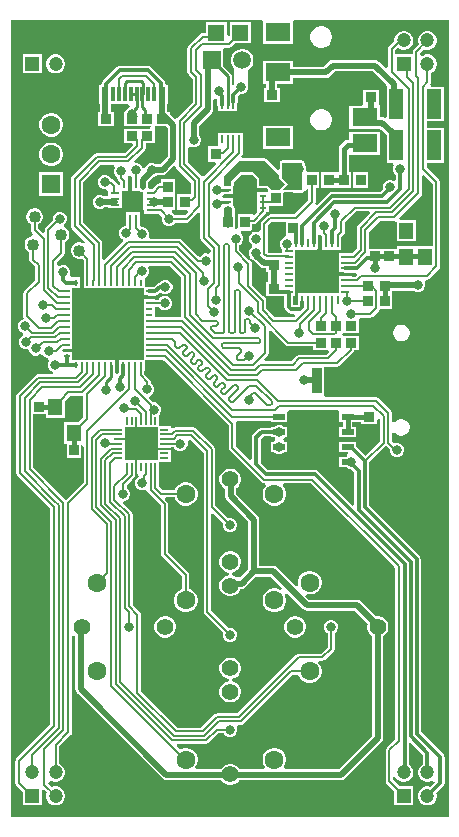
<source format=gtl>
G04*
G04 #@! TF.GenerationSoftware,Altium Limited,Altium Designer,21.3.2 (30)*
G04*
G04 Layer_Physical_Order=1*
G04 Layer_Color=255*
%FSTAX24Y24*%
%MOIN*%
G70*
G04*
G04 #@! TF.SameCoordinates,17C352DC-52FB-4B9E-A555-A73132B06FB7*
G04*
G04*
G04 #@! TF.FilePolarity,Positive*
G04*
G01*
G75*
%ADD10C,0.0100*%
%ADD15C,0.0060*%
%ADD17R,0.0984X0.0984*%
%ADD18R,0.0276X0.0079*%
%ADD19R,0.0079X0.0276*%
%ADD20R,0.0320X0.0380*%
%ADD21C,0.0118*%
%ADD22R,0.0236X0.0094*%
%ADD23R,0.0630X0.0945*%
%ADD24R,0.0380X0.0320*%
%ADD25R,0.0550X0.0530*%
%ADD26R,0.0098X0.0276*%
%ADD27R,0.0945X0.0591*%
%ADD28R,0.0394X0.0197*%
%ADD29R,0.1339X0.1575*%
%ADD30C,0.0400*%
%ADD31R,0.0472X0.0984*%
%ADD32R,0.0118X0.0492*%
%ADD33R,0.0236X0.0492*%
%ADD34R,0.0472X0.0551*%
%ADD35R,0.1358X0.1358*%
%ADD36R,0.0276X0.0098*%
%ADD37R,0.0098X0.0276*%
%ADD38R,0.2205X0.2205*%
%ADD39R,0.0106X0.0217*%
%ADD40R,0.0217X0.0106*%
%ADD41R,0.0551X0.0551*%
%ADD42R,0.0098X0.0315*%
%ADD43R,0.0315X0.0098*%
%ADD44R,0.0846X0.0591*%
%ADD73C,0.0256*%
%ADD75O,0.0394X0.0787*%
%ADD85C,0.0080*%
%ADD86C,0.0200*%
%ADD87C,0.0120*%
%ADD88C,0.0070*%
%ADD89C,0.0118*%
%ADD90C,0.0150*%
%ADD91C,0.0090*%
%ADD92C,0.0300*%
%ADD93C,0.0472*%
%ADD94R,0.0472X0.0472*%
%ADD95C,0.0551*%
%ADD96C,0.0630*%
%ADD97C,0.0591*%
%ADD98R,0.0591X0.0591*%
%ADD99R,0.0630X0.0630*%
%ADD100C,0.0315*%
%ADD101C,0.0394*%
%ADD102C,0.0236*%
G36*
X05165Y01351D02*
X03706D01*
Y04009D01*
X045389D01*
X04545Y040044D01*
X04545Y04001D01*
Y039293D01*
X046456D01*
Y04001D01*
X046456Y040044D01*
X046517Y04009D01*
X05165D01*
Y01351D01*
D02*
G37*
%LPC*%
G36*
X045065Y040005D02*
X044355D01*
Y039552D01*
X044345Y039545D01*
X044265Y039588D01*
Y040005D01*
X043555D01*
Y039642D01*
X043454D01*
X043407Y039633D01*
X043367Y039607D01*
X042978Y039218D01*
X042952Y039178D01*
X042942Y039131D01*
Y038348D01*
X042952Y038301D01*
X042978Y038262D01*
X043118Y038122D01*
Y037319D01*
X042598Y036799D01*
X042502Y036792D01*
X042364Y03693D01*
Y037018D01*
X042278D01*
Y037276D01*
X042293D01*
Y037928D01*
X042247D01*
X042194Y037982D01*
X042184Y038037D01*
X042153Y038083D01*
X042153Y038083D01*
X041729Y038506D01*
X041683Y038537D01*
X041628Y038548D01*
X041628Y038548D01*
X040683D01*
X040683Y038548D01*
X040628Y038537D01*
X040582Y038506D01*
X040582Y038506D01*
X040138Y038062D01*
X040107Y038016D01*
X040096Y037961D01*
X040029Y037928D01*
X040007D01*
Y037276D01*
X040021D01*
Y037018D01*
X03996D01*
Y036538D01*
X0405D01*
Y037018D01*
X040388D01*
Y037276D01*
X040964D01*
X041022Y037196D01*
X041016Y037178D01*
X040975Y037161D01*
X040909Y037095D01*
X040878Y03702D01*
X04083D01*
Y03654D01*
X041744D01*
X04171Y03646D01*
X04083D01*
Y03598D01*
X04108D01*
X041113Y0359D01*
X040858Y035645D01*
X039933D01*
X039886Y035636D01*
X039846Y035609D01*
X039103Y034867D01*
X039077Y034827D01*
X039068Y03478D01*
Y033213D01*
X039077Y033166D01*
X039103Y033126D01*
X039539Y032691D01*
X03949Y032627D01*
X039448Y032651D01*
X039377Y03267D01*
X039303D01*
X039232Y032651D01*
X039168Y032614D01*
X039116Y032562D01*
X039079Y032498D01*
X03906Y032427D01*
Y032353D01*
X039079Y032282D01*
X039116Y032218D01*
X039168Y032166D01*
X039232Y032129D01*
X039303Y03211D01*
X039377D01*
X039432Y032125D01*
X039489Y032068D01*
Y031516D01*
X039478D01*
Y03114D01*
X0409D01*
D01*
X041447D01*
X04149Y03114D01*
X04149Y031097D01*
Y0309D01*
X04163D01*
X041678Y03089D01*
X041873D01*
X041873Y03089D01*
X041927Y030901D01*
X041974Y030932D01*
X042048Y031006D01*
D01*
X042075Y030979D01*
X04213Y030956D01*
D01*
D01*
X042131Y030912D01*
X042122Y030873D01*
X042045Y030841D01*
X041979Y030775D01*
X041973Y030761D01*
X041866D01*
Y030772D01*
X04149D01*
Y030506D01*
Y030112D01*
Y02972D01*
Y029522D01*
Y029128D01*
Y028803D01*
X04149Y02876D01*
X041447Y02876D01*
X040659D01*
Y02862D01*
X040649Y028572D01*
Y028319D01*
X040611Y028289D01*
X040531Y028329D01*
Y028384D01*
X040532D01*
Y02876D01*
X03911D01*
Y029D01*
X03897D01*
X038922Y02901D01*
X038874Y029D01*
X038791Y029D01*
X038786Y02901D01*
X038761Y029072D01*
X038806Y029128D01*
X03911D01*
Y029522D01*
Y029915D01*
Y030309D01*
Y030703D01*
Y03114D01*
X03935D01*
Y03128D01*
X03936Y031328D01*
X03935Y031376D01*
Y031516D01*
X039084D01*
Y031516D01*
X039076Y031518D01*
X039027Y031607D01*
X039037Y031633D01*
Y031727D01*
X039001Y031815D01*
X038935Y031881D01*
X038847Y031917D01*
X038753D01*
X038672Y031884D01*
X038638Y031897D01*
X038592Y031921D01*
Y031999D01*
X038817Y032223D01*
X038843Y032263D01*
X038852Y03231D01*
Y032667D01*
X038902Y032696D01*
X038954Y032748D01*
X038991Y032812D01*
X03901Y032883D01*
Y032957D01*
X038991Y033028D01*
X038954Y033092D01*
X038902Y033144D01*
X038851Y033173D01*
X03884Y033204D01*
X038839Y033216D01*
X038839Y033263D01*
X038891Y033315D01*
X038927Y033403D01*
Y033497D01*
X038891Y033585D01*
X038825Y033651D01*
X038737Y033687D01*
X038643D01*
X038555Y033651D01*
X038489Y033585D01*
X038453Y033497D01*
Y033407D01*
X038223Y033177D01*
X038197Y033138D01*
X038188Y033091D01*
Y033021D01*
X038114Y03299D01*
X037972Y033131D01*
Y033267D01*
X038022Y033296D01*
X038074Y033348D01*
X038111Y033412D01*
X03813Y033483D01*
Y033557D01*
X038111Y033628D01*
X038074Y033692D01*
X038022Y033744D01*
X037958Y033781D01*
X037887Y0338D01*
X037862D01*
X03785Y033802D01*
X037838Y0338D01*
X037813D01*
X037742Y033781D01*
X037678Y033744D01*
X037626Y033692D01*
X037589Y033628D01*
X03757Y033557D01*
Y033483D01*
X037589Y033412D01*
X037626Y033348D01*
X037678Y033296D01*
X037728Y033267D01*
Y033081D01*
X037737Y033034D01*
X037763Y032994D01*
X037808Y03295D01*
X037774Y03287D01*
X037763D01*
X037692Y032851D01*
X037628Y032814D01*
X037576Y032762D01*
X037539Y032698D01*
X03752Y032627D01*
Y032553D01*
X037539Y032482D01*
X037576Y032418D01*
X037628Y032366D01*
X037678Y032337D01*
Y03209D01*
X037687Y032043D01*
X037713Y032003D01*
X037867Y03185D01*
Y03141D01*
X03751Y031052D01*
X037483Y031013D01*
X037474Y030966D01*
Y030207D01*
X037477Y030188D01*
X037482Y030158D01*
X037433Y03009D01*
X037401Y030076D01*
X037334Y03001D01*
X037298Y029922D01*
Y029828D01*
X037334Y029741D01*
X037401Y029674D01*
X037456Y029651D01*
Y029564D01*
X037425Y029551D01*
X037359Y029485D01*
X037323Y029397D01*
Y029303D01*
X037359Y029215D01*
X037425Y029149D01*
X037513Y029113D01*
X037607D01*
X037608Y029113D01*
X037653Y029083D01*
X037689Y028995D01*
X037755Y028929D01*
X037843Y028893D01*
X037937D01*
X038025Y028929D01*
X03803Y028934D01*
X038125Y028916D01*
X038129Y028905D01*
X038195Y028839D01*
X038283Y028803D01*
X038294D01*
X038329Y028725D01*
X038293Y028637D01*
Y028543D01*
X038329Y028455D01*
X038395Y028389D01*
X038463Y028361D01*
X038447Y028281D01*
X037966D01*
X037919Y028271D01*
X037879Y028245D01*
X037281Y027647D01*
X037255Y027607D01*
X037245Y02756D01*
Y024966D01*
X037255Y024919D01*
X037281Y024879D01*
X038363Y023797D01*
Y016587D01*
X037243Y015468D01*
X037217Y015428D01*
X037208Y015381D01*
Y014645D01*
X037217Y014598D01*
X037243Y014559D01*
X037446Y014356D01*
Y013896D01*
X038079D01*
Y014398D01*
X038159Y014431D01*
X038255Y014334D01*
X038234Y014254D01*
Y014171D01*
X038255Y014091D01*
X038297Y014018D01*
X038356Y01396D01*
X038428Y013918D01*
X038508Y013896D01*
X038592D01*
X038672Y013918D01*
X038744Y01396D01*
X038803Y014018D01*
X038845Y014091D01*
X038866Y014171D01*
Y014254D01*
X038845Y014335D01*
X038803Y014407D01*
X038744Y014466D01*
X038672Y014507D01*
X038592Y014529D01*
X038508D01*
X038428Y014507D01*
X038309Y014627D01*
X038316Y014693D01*
X03839Y014727D01*
X038428Y014705D01*
X038508Y014684D01*
X038592D01*
X038672Y014705D01*
X038744Y014747D01*
X038803Y014806D01*
X038845Y014878D01*
X038866Y014958D01*
Y015042D01*
X038845Y015122D01*
X038803Y015194D01*
X038744Y015253D01*
X038672Y015295D01*
Y015872D01*
X039052Y016251D01*
X039079Y016291D01*
X039088Y016338D01*
Y019559D01*
X039168Y019595D01*
X039206Y01956D01*
Y01778D01*
X03922Y01771D01*
X03926Y01765D01*
X042114Y014796D01*
X042174Y014756D01*
X042244Y014742D01*
X044062D01*
X044081Y01471D01*
X044147Y014644D01*
X044228Y014597D01*
X044319Y014573D01*
X044412D01*
X044503Y014597D01*
X044584Y014644D01*
X04465Y01471D01*
X044668Y014742D01*
X048076D01*
X048146Y014756D01*
X048206Y014796D01*
X049419Y01601D01*
X049459Y016069D01*
X049473Y016139D01*
Y019547D01*
X049505Y019565D01*
X049571Y019632D01*
X049618Y019713D01*
X049642Y019803D01*
Y019897D01*
X049618Y019987D01*
X049571Y020068D01*
X049505Y020135D01*
X049424Y020181D01*
X049333Y020206D01*
X04924D01*
X049223Y020201D01*
X048722Y020702D01*
X048662Y020742D01*
X048592Y020756D01*
X046996D01*
X046878Y020873D01*
X04692Y020945D01*
X046971Y020931D01*
X047075D01*
X047175Y020958D01*
X047265Y02101D01*
X047339Y021084D01*
X047391Y021174D01*
X047418Y021274D01*
Y021378D01*
X047391Y021479D01*
X047339Y021569D01*
X047265Y021642D01*
X047175Y021694D01*
X047075Y021721D01*
X046971D01*
X04687Y021694D01*
X04678Y021642D01*
X046707Y021569D01*
X046655Y021479D01*
X046628Y021378D01*
Y021274D01*
X046642Y021223D01*
X04657Y021182D01*
X045912Y02184D01*
X045852Y02188D01*
X045782Y021894D01*
X045344D01*
Y02342D01*
X04533Y02349D01*
X04529Y02355D01*
X044568Y024272D01*
Y024478D01*
X044584Y024487D01*
X04465Y024553D01*
X044697Y024634D01*
X044721Y024724D01*
Y024818D01*
X044697Y024909D01*
X04465Y02499D01*
X044584Y025056D01*
X044503Y025103D01*
X044412Y025127D01*
X044319D01*
X044228Y025103D01*
X044147Y025056D01*
X044081Y02499D01*
X044034Y024909D01*
X04401Y024818D01*
Y024724D01*
X044034Y024634D01*
X044081Y024553D01*
X044147Y024487D01*
X044201Y024456D01*
Y024196D01*
X044215Y024125D01*
X044255Y024066D01*
X044976Y023344D01*
Y021783D01*
X04469Y021497D01*
X0446Y021497D01*
X044584Y021512D01*
X044503Y021559D01*
X044412Y021584D01*
Y02166D01*
X044503Y021684D01*
X044584Y021731D01*
X04465Y021797D01*
X044697Y021878D01*
X044721Y021969D01*
Y022062D01*
X044697Y022153D01*
X04465Y022234D01*
X044584Y0223D01*
X044503Y022347D01*
X044412Y022371D01*
X044319D01*
X044228Y022347D01*
X044147Y0223D01*
X044081Y022234D01*
X044034Y022153D01*
X04401Y022062D01*
Y021969D01*
X044034Y021878D01*
X044081Y021797D01*
X044147Y021731D01*
X044228Y021684D01*
X044319Y02166D01*
Y021584D01*
X044228Y021559D01*
X044147Y021512D01*
X044081Y021446D01*
X044034Y021365D01*
X04401Y021275D01*
Y021181D01*
X044034Y021091D01*
X044081Y02101D01*
X044147Y020943D01*
X044228Y020897D01*
X044319Y020872D01*
X044412D01*
X044503Y020897D01*
X044584Y020943D01*
X04465Y02101D01*
X044697Y021091D01*
X044702Y021112D01*
X044748D01*
X044818Y021126D01*
X044878Y021165D01*
X045239Y021526D01*
X045706D01*
X046094Y021139D01*
X046045Y021075D01*
X045994Y021104D01*
X045894Y021131D01*
X04579D01*
X045689Y021104D01*
X045599Y021052D01*
X045526Y020978D01*
X045474Y020888D01*
X045447Y020788D01*
Y020684D01*
X045474Y020583D01*
X045526Y020493D01*
X045599Y02042D01*
X045689Y020368D01*
X04579Y020341D01*
X045894D01*
X045994Y020368D01*
X046084Y02042D01*
X046158Y020493D01*
X04621Y020583D01*
X046237Y020684D01*
Y020788D01*
X04621Y020888D01*
X046181Y020939D01*
X046245Y020988D01*
X04679Y020443D01*
X046849Y020403D01*
X04692Y020389D01*
X048516D01*
X048947Y019958D01*
X048931Y019897D01*
Y019803D01*
X048955Y019713D01*
X049002Y019632D01*
X049068Y019565D01*
X049106Y019544D01*
Y016215D01*
X048Y015109D01*
X046189D01*
X046164Y015189D01*
X04621Y015268D01*
X046237Y015369D01*
Y015473D01*
X04621Y015573D01*
X046158Y015663D01*
X046084Y015737D01*
X045994Y015789D01*
X045894Y015816D01*
X04579D01*
X045689Y015789D01*
X045599Y015737D01*
X045526Y015663D01*
X045474Y015573D01*
X045447Y015473D01*
Y015369D01*
X045474Y015268D01*
X045519Y015189D01*
X045494Y015109D01*
X044672D01*
X04465Y015147D01*
X044584Y015213D01*
X044503Y01526D01*
X044412Y015284D01*
X044319D01*
X044228Y01526D01*
X044147Y015213D01*
X044081Y015147D01*
X044059Y015109D01*
X043237D01*
X043211Y015189D01*
X043257Y015268D01*
X043284Y015369D01*
Y015473D01*
X043257Y015573D01*
X043205Y015663D01*
X043131Y015737D01*
X043041Y015789D01*
X042941Y015816D01*
X042837D01*
X042737Y015789D01*
X042695Y015765D01*
X04258Y01588D01*
X04261Y015954D01*
X043572D01*
X043616Y015963D01*
X043654Y015988D01*
X043968Y016301D01*
X044155D01*
X044162Y016284D01*
X044229Y016217D01*
X044316Y016181D01*
X04441D01*
X044498Y016217D01*
X044564Y016284D01*
X044601Y016371D01*
Y016466D01*
X044586Y0165D01*
X04464Y01658D01*
X044718D01*
X044763Y016589D01*
X044801Y016614D01*
X046443Y018256D01*
X046645D01*
X046655Y018221D01*
X046707Y018131D01*
X04678Y018058D01*
X04687Y018006D01*
X046971Y017979D01*
X047075D01*
X047175Y018006D01*
X047265Y018058D01*
X047339Y018131D01*
X047391Y018221D01*
X047418Y018322D01*
Y018426D01*
X047391Y018526D01*
X047339Y018616D01*
X047311Y018644D01*
X047344Y018724D01*
X047445D01*
X04749Y018733D01*
X047528Y018759D01*
X047813Y019044D01*
X047839Y019082D01*
X047848Y019127D01*
Y019645D01*
X047865Y019652D01*
X047932Y019719D01*
X047968Y019806D01*
Y019901D01*
X047932Y019988D01*
X047865Y020055D01*
X047778Y020091D01*
X047683D01*
X047596Y020055D01*
X047529Y019988D01*
X047493Y019901D01*
Y019806D01*
X047529Y019719D01*
X047596Y019652D01*
X047613Y019645D01*
Y019176D01*
X047396Y018959D01*
X046649D01*
X046604Y01895D01*
X046566Y018925D01*
X044606Y016964D01*
X043924D01*
X043879Y016955D01*
X043841Y01693D01*
X043399Y016488D01*
X042608D01*
X041395Y017701D01*
Y020258D01*
X041386Y020302D01*
X041361Y020341D01*
X041118Y020583D01*
Y023596D01*
X041109Y023641D01*
X041084Y023679D01*
X040799Y023964D01*
X040832Y024044D01*
X040919Y02408D01*
X040986Y024146D01*
X041022Y024234D01*
Y024328D01*
X040986Y024416D01*
X040919Y024482D01*
X040918Y024563D01*
X041168Y024814D01*
X041193Y024852D01*
X041202Y024897D01*
Y02496D01*
X041257Y024963D01*
X041305Y024918D01*
X041318Y024888D01*
X041306Y024842D01*
X041305Y024841D01*
X041239Y024775D01*
X041203Y024687D01*
Y024593D01*
X041239Y024505D01*
X041305Y024439D01*
X041393Y024403D01*
X041487D01*
X041518Y024415D01*
X041527Y024415D01*
X041607Y02437D01*
X041632Y024332D01*
X042068Y023896D01*
Y022285D01*
X042077Y02224D01*
X042102Y022202D01*
X042772Y021532D01*
Y021113D01*
X042737Y021104D01*
X042646Y021052D01*
X042573Y020978D01*
X042521Y020888D01*
X042494Y020788D01*
Y020684D01*
X042521Y020583D01*
X042573Y020493D01*
X042646Y02042D01*
X042737Y020368D01*
X042837Y020341D01*
X042941D01*
X043041Y020368D01*
X043131Y02042D01*
X043205Y020493D01*
X043257Y020583D01*
X043284Y020684D01*
Y020788D01*
X043257Y020888D01*
X043205Y020978D01*
X043131Y021052D01*
X043041Y021104D01*
X043006Y021113D01*
Y021581D01*
X042997Y021626D01*
X042972Y021664D01*
X042302Y022333D01*
Y023945D01*
X042293Y02399D01*
X042268Y024028D01*
X042208Y024088D01*
X042238Y024162D01*
X042512D01*
X042521Y024127D01*
X042573Y024037D01*
X042646Y023963D01*
X042737Y023911D01*
X042837Y023884D01*
X042941D01*
X043041Y023911D01*
X043131Y023963D01*
X043205Y024037D01*
X043257Y024127D01*
X043284Y024227D01*
Y024331D01*
X043257Y024432D01*
X043205Y024522D01*
X043131Y024595D01*
X043041Y024647D01*
X042941Y024674D01*
X042837D01*
X042737Y024647D01*
X042646Y024595D01*
X042573Y024522D01*
X042521Y024432D01*
X042512Y024396D01*
X042112D01*
X04199Y024518D01*
Y024964D01*
X041992D01*
Y025337D01*
X041992Y025358D01*
X042013Y025358D01*
X042386Y025358D01*
Y025751D01*
X042386Y025754D01*
X04239Y025833D01*
X042502D01*
X042509Y025815D01*
X042575Y025749D01*
X042663Y025713D01*
X042757D01*
X042845Y025749D01*
X042911Y025815D01*
X042947Y025903D01*
Y025997D01*
X042943Y026009D01*
X042989Y026082D01*
X043055Y026088D01*
X043487Y025655D01*
Y020351D01*
X043496Y020306D01*
X043522Y020268D01*
X044135Y019655D01*
X044128Y019637D01*
Y019543D01*
X044164Y019455D01*
X044231Y019389D01*
X044318Y019353D01*
X044413D01*
X0445Y019389D01*
X044567Y019455D01*
X044603Y019543D01*
Y019637D01*
X044567Y019725D01*
X0445Y019791D01*
X044413Y019827D01*
X044318D01*
X044301Y01982D01*
X043722Y020399D01*
Y023602D01*
X043796Y023632D01*
X044123Y023306D01*
X044118Y023295D01*
Y0232D01*
X044154Y023113D01*
X044221Y023046D01*
X044308Y02301D01*
X044403D01*
X04449Y023046D01*
X044557Y023113D01*
X044593Y0232D01*
Y023295D01*
X044557Y023382D01*
X04449Y023449D01*
X044403Y023485D01*
X044308D01*
X044285Y023475D01*
X043872Y023888D01*
Y025766D01*
X043863Y025811D01*
X043838Y025849D01*
X043221Y026465D01*
X043183Y026491D01*
X043138Y0265D01*
X042542D01*
X042498Y026491D01*
X042466Y026469D01*
X04243Y026477D01*
X042386Y026496D01*
Y026542D01*
X042013D01*
X041992Y026542D01*
X041992Y026563D01*
X041992Y026927D01*
X042023Y026958D01*
X042059Y027045D01*
Y02714D01*
X042023Y027227D01*
X041956Y027294D01*
X041869Y02733D01*
X041801D01*
X041798Y027335D01*
X041672Y02746D01*
X041691Y027555D01*
X041725Y027569D01*
X041791Y027635D01*
X041827Y027723D01*
Y027817D01*
X041791Y027905D01*
X041725Y027971D01*
X041712Y027976D01*
Y028028D01*
X041703Y028075D01*
X041677Y028114D01*
X041505Y028286D01*
Y028384D01*
X041516D01*
Y028691D01*
X041516Y028734D01*
X041559Y028734D01*
X041866D01*
Y028745D01*
X042144D01*
X044313Y026576D01*
Y025819D01*
X044322Y025773D01*
X044349Y025733D01*
X045416Y024666D01*
X045455Y024639D01*
X045502Y02463D01*
X045521D01*
X045554Y02455D01*
X045526Y024522D01*
X045474Y024432D01*
X045447Y024331D01*
Y024227D01*
X045474Y024127D01*
X045526Y024037D01*
X045599Y023963D01*
X045689Y023911D01*
X04579Y023884D01*
X045894D01*
X045994Y023911D01*
X046084Y023963D01*
X046158Y024037D01*
X04621Y024127D01*
X046237Y024227D01*
Y024331D01*
X04621Y024432D01*
X046158Y024522D01*
X046129Y02455D01*
X046162Y02463D01*
X04706D01*
X049877Y021813D01*
Y016109D01*
X049583Y015815D01*
X049557Y015775D01*
X049548Y015729D01*
Y014697D01*
X049557Y014651D01*
X049583Y014611D01*
X049839Y014356D01*
Y013896D01*
X050471D01*
Y014529D01*
X050012D01*
X049792Y014748D01*
Y014835D01*
X049872Y014857D01*
X049902Y014806D01*
X049961Y014747D01*
X050033Y014705D01*
X050113Y014684D01*
X050196D01*
X050277Y014705D01*
X050349Y014747D01*
X050408Y014806D01*
X050449Y014878D01*
X050471Y014958D01*
Y015042D01*
X050449Y015122D01*
X050408Y015194D01*
X050349Y015253D01*
X050322Y015269D01*
Y015963D01*
X050396Y015994D01*
X050799Y01559D01*
Y015283D01*
X050748Y015253D01*
X050689Y015194D01*
X050648Y015122D01*
X050626Y015042D01*
Y014958D01*
X050648Y014878D01*
X050689Y014806D01*
X050748Y014747D01*
X05082Y014705D01*
X050901Y014684D01*
X050984D01*
X051064Y014705D01*
X051098Y014725D01*
X051184Y014692D01*
X051187Y014688D01*
X051192Y014664D01*
X051041Y014513D01*
X050984Y014529D01*
X050901D01*
X05082Y014507D01*
X050748Y014466D01*
X050689Y014407D01*
X050648Y014335D01*
X050626Y014254D01*
Y014171D01*
X050648Y014091D01*
X050689Y014018D01*
X050748Y01396D01*
X05082Y013918D01*
X050901Y013896D01*
X050984D01*
X051064Y013918D01*
X051136Y01396D01*
X051195Y014018D01*
X051237Y014091D01*
X051258Y014171D01*
Y014254D01*
X051243Y014312D01*
X051479Y014548D01*
X05151Y014594D01*
X051521Y014648D01*
X051521Y014648D01*
Y015497D01*
X051521Y015497D01*
X05151Y015551D01*
X051479Y015598D01*
X051479Y015598D01*
X050722Y016355D01*
Y022104D01*
X050722Y022104D01*
X050711Y022159D01*
X05068Y022205D01*
X05068Y022205D01*
X048996Y02389D01*
Y02533D01*
X049559Y025894D01*
X049681Y025772D01*
Y025711D01*
X049717Y025623D01*
X049784Y025557D01*
X049871Y02552D01*
X049965D01*
X050053Y025557D01*
X05012Y025623D01*
X050156Y025711D01*
Y025805D01*
X05012Y025892D01*
X050053Y025959D01*
X049965Y025995D01*
X049871D01*
X049823Y025976D01*
X049768Y026031D01*
Y02631D01*
X049848Y026332D01*
X049848Y02633D01*
X0499Y026278D01*
X049963Y026242D01*
X050034Y026223D01*
X050106D01*
X050177Y026242D01*
X05024Y026278D01*
X050292Y02633D01*
X050328Y026393D01*
X050347Y026464D01*
Y026536D01*
X050328Y026607D01*
X050292Y02667D01*
X05024Y026722D01*
X050177Y026758D01*
X050106Y026777D01*
X050034D01*
X049963Y026758D01*
X0499Y026722D01*
X049848Y02667D01*
X049848Y026668D01*
X049768Y02669D01*
Y026965D01*
X049758Y027012D01*
X049732Y027051D01*
X049321Y027462D01*
X049281Y027489D01*
X049234Y027498D01*
X047559D01*
X0475Y02755D01*
Y028031D01*
Y028521D01*
X047936D01*
X047983Y02853D01*
X048023Y028557D01*
X048466Y029D01*
X048493Y02904D01*
X048501Y02908D01*
X04866D01*
Y02956D01*
X048144D01*
X048107Y029622D01*
X048122Y02964D01*
X04866D01*
Y03012D01*
X048725Y030155D01*
X049037D01*
X049084Y030164D01*
X049124Y030191D01*
X049327Y030394D01*
X049353Y030433D01*
X049356Y03045D01*
X04976D01*
Y031056D01*
X050501D01*
X050583Y031023D01*
X050677D01*
X050765Y031059D01*
X050831Y031125D01*
X050867Y031213D01*
Y031307D01*
X050854Y03134D01*
X050908Y03142D01*
X050916D01*
X050963Y031429D01*
X051002Y031455D01*
X051328Y031781D01*
X051355Y031821D01*
X051364Y031868D01*
Y034666D01*
X051355Y034713D01*
X051328Y034753D01*
X050915Y035166D01*
Y035328D01*
X051486D01*
Y036472D01*
X050915D01*
Y036708D01*
X051486D01*
Y037852D01*
X051058D01*
X051048Y037877D01*
X051034Y037932D01*
X051055Y037964D01*
X051065Y03801D01*
Y038318D01*
X051136Y03836D01*
X051195Y038418D01*
X051237Y038491D01*
X051258Y038571D01*
Y038654D01*
X051237Y038735D01*
X051195Y038807D01*
X051136Y038866D01*
X051064Y038907D01*
X050984Y038929D01*
X050901D01*
X05082Y038907D01*
X050784Y038887D01*
X050711Y038921D01*
X050703Y038988D01*
X05082Y039105D01*
X050901Y039084D01*
X050984D01*
X051064Y039105D01*
X051136Y039147D01*
X051195Y039206D01*
X051237Y039278D01*
X051258Y039358D01*
Y039442D01*
X051237Y039522D01*
X051195Y039594D01*
X051136Y039653D01*
X051064Y039695D01*
X050984Y039716D01*
X050901D01*
X05082Y039695D01*
X050748Y039653D01*
X050689Y039594D01*
X050648Y039522D01*
X050626Y039442D01*
Y039358D01*
X050647Y039278D01*
X050483Y039114D01*
X050457Y039075D01*
X050448Y039028D01*
Y038929D01*
X049871D01*
Y039076D01*
X049951Y039157D01*
X049961Y039147D01*
X050033Y039105D01*
X050113Y039084D01*
X050196D01*
X050277Y039105D01*
X050349Y039147D01*
X050408Y039206D01*
X050449Y039278D01*
X050471Y039358D01*
Y039442D01*
X050449Y039522D01*
X050408Y039594D01*
X050349Y039653D01*
X050277Y039695D01*
X050196Y039716D01*
X050113D01*
X050033Y039695D01*
X049961Y039653D01*
X049902Y039594D01*
X04986Y039522D01*
X049839Y039442D01*
Y039387D01*
X04983Y039381D01*
X049662Y039213D01*
X049635Y039174D01*
X049626Y039127D01*
Y038497D01*
X049552Y038466D01*
X049328Y03869D01*
X049269Y03873D01*
X049199Y038744D01*
X04778D01*
X04771Y03873D01*
X04765Y03869D01*
X047474Y038514D01*
X046456D01*
Y038705D01*
X04545D01*
Y037955D01*
X045576D01*
Y03782D01*
X04549D01*
Y03734D01*
X04603D01*
Y03782D01*
X045944D01*
Y037955D01*
X046456D01*
Y038146D01*
X04755D01*
X04762Y03816D01*
X04768Y0382D01*
X047856Y038376D01*
X049123D01*
X049575Y037924D01*
X049594Y037852D01*
X049594D01*
Y036857D01*
X049514Y036814D01*
X04949Y03683D01*
X04942Y036844D01*
X04935D01*
Y037204D01*
X04935Y037209D01*
X04935D01*
X04934Y03728D01*
X04934D01*
Y03776D01*
X0488D01*
Y03728D01*
X0488D01*
X048778Y037209D01*
X048344D01*
Y036459D01*
X04935D01*
X04935Y036459D01*
Y036459D01*
X049408Y036412D01*
X049591Y03623D01*
X049594Y036225D01*
Y035328D01*
X049779D01*
X049804Y035282D01*
X049816Y035248D01*
X049783Y035167D01*
Y035073D01*
X049819Y034985D01*
X049885Y034919D01*
X049892Y034916D01*
Y034759D01*
X049812Y034723D01*
X049744Y034751D01*
X049649D01*
X049562Y034715D01*
X049495Y034648D01*
X049459Y034561D01*
Y034466D01*
X049468Y034445D01*
X049372Y03435D01*
X04776D01*
X04776Y03435D01*
X047705Y034339D01*
X047659Y034308D01*
X047659Y034308D01*
X047263Y033912D01*
X047201Y033963D01*
X047203Y033966D01*
X047212Y034013D01*
Y03447D01*
X04733D01*
Y03501D01*
X046951D01*
X046906Y035077D01*
X046907Y03508D01*
Y035174D01*
X046871Y035261D01*
X046852Y035281D01*
Y03532D01*
X046845Y035351D01*
X046828Y035378D01*
X046801Y035395D01*
X04677Y035402D01*
X046098D01*
X046067Y035395D01*
X046041Y035378D01*
X046023Y035351D01*
X046017Y03532D01*
Y035113D01*
X045943Y035082D01*
X045588Y035438D01*
X045561Y035455D01*
X04553Y035462D01*
X04553Y035462D01*
X044772D01*
X044741Y035535D01*
X044762Y035556D01*
X044788Y035596D01*
X044798Y035643D01*
Y035891D01*
X044804D01*
Y036327D01*
X043956D01*
X043956Y035891D01*
X04388Y03588D01*
X04364D01*
Y03534D01*
X043869D01*
X043899Y035266D01*
X043512Y034879D01*
X043427Y034862D01*
X042967Y035322D01*
Y035823D01*
X043047Y035866D01*
X043103Y035843D01*
X043197D01*
X043285Y035879D01*
X043351Y035945D01*
X043387Y036033D01*
Y036127D01*
X043351Y036215D01*
X04333Y036235D01*
Y036561D01*
X043755Y036986D01*
X043795Y037046D01*
X043809Y037116D01*
Y037424D01*
X043878Y037468D01*
X043942Y037438D01*
Y037251D01*
X043953Y037196D01*
X043956Y037192D01*
Y037033D01*
X044608D01*
Y03727D01*
X04461Y037274D01*
X044621Y037329D01*
Y037519D01*
X044704Y037603D01*
X044787D01*
X044875Y037639D01*
X044941Y037705D01*
X044977Y037793D01*
Y037887D01*
X044977Y037888D01*
Y038426D01*
X045Y03844D01*
X04507Y03851D01*
X04512Y038595D01*
X045145Y038691D01*
Y038789D01*
X04512Y038885D01*
X04507Y03897D01*
X045Y03904D01*
X044915Y03909D01*
X044819Y039115D01*
X044721D01*
X044625Y03909D01*
X04454Y03904D01*
X04447Y03897D01*
X04442Y038885D01*
X044395Y038789D01*
Y038691D01*
X04442Y038595D01*
X04447Y03851D01*
X044508Y038471D01*
Y037901D01*
X044503Y037887D01*
Y03787D01*
X044494Y037865D01*
X044414Y037908D01*
Y038228D01*
X044404Y038279D01*
X044375Y038322D01*
X044244Y038454D01*
X044244Y038454D01*
X044145Y038552D01*
Y039115D01*
X04421Y039153D01*
X044315D01*
X044362Y039162D01*
X044402Y039188D01*
X044528Y039315D01*
X045065D01*
Y040005D01*
D02*
G37*
G36*
X047447Y039867D02*
X047353D01*
X047263Y039842D01*
X047182Y039796D01*
X047115Y039729D01*
X047069Y039648D01*
X047044Y039558D01*
Y039464D01*
X047069Y039374D01*
X047115Y039293D01*
X047182Y039227D01*
X047263Y03918D01*
X047353Y039156D01*
X047447D01*
X047537Y03918D01*
X047618Y039227D01*
X047685Y039293D01*
X047731Y039374D01*
X047756Y039464D01*
Y039558D01*
X047731Y039648D01*
X047685Y039729D01*
X047618Y039796D01*
X047537Y039842D01*
X047447Y039867D01*
D02*
G37*
G36*
X038592Y038929D02*
X038508D01*
X038428Y038907D01*
X038356Y038866D01*
X038297Y038807D01*
X038255Y038735D01*
X038234Y038654D01*
Y038571D01*
X038255Y038491D01*
X038297Y038418D01*
X038356Y03836D01*
X038428Y038318D01*
X038508Y038296D01*
X038592D01*
X038672Y038318D01*
X038744Y03836D01*
X038803Y038418D01*
X038845Y038491D01*
X038866Y038571D01*
Y038654D01*
X038845Y038735D01*
X038803Y038807D01*
X038744Y038866D01*
X038672Y038907D01*
X038592Y038929D01*
D02*
G37*
G36*
X038079D02*
X037446D01*
Y038296D01*
X038079D01*
Y038929D01*
D02*
G37*
G36*
X047447Y037111D02*
X047353D01*
X047263Y037087D01*
X047182Y03704D01*
X047115Y036974D01*
X047069Y036892D01*
X047044Y036802D01*
Y036708D01*
X047069Y036618D01*
X047115Y036537D01*
X047182Y036471D01*
X047263Y036424D01*
X047353Y0364D01*
X047447D01*
X047537Y036424D01*
X047618Y036471D01*
X047685Y036537D01*
X047731Y036618D01*
X047756Y036708D01*
Y036802D01*
X047731Y036892D01*
X047685Y036974D01*
X047618Y03704D01*
X047537Y037087D01*
X047447Y037111D01*
D02*
G37*
G36*
X038452Y036979D02*
X038348D01*
X038248Y036952D01*
X038157Y0369D01*
X038084Y036827D01*
X038032Y036737D01*
X038005Y036636D01*
Y036532D01*
X038032Y036432D01*
X038084Y036342D01*
X038157Y036268D01*
X038248Y036216D01*
X038348Y036189D01*
X038452D01*
X038552Y036216D01*
X038643Y036268D01*
X038716Y036342D01*
X038768Y036432D01*
X038795Y036532D01*
Y036636D01*
X038768Y036737D01*
X038716Y036827D01*
X038643Y0369D01*
X038552Y036952D01*
X038452Y036979D01*
D02*
G37*
G36*
X046456Y03654D02*
X04545D01*
Y035789D01*
X046456D01*
Y03654D01*
D02*
G37*
G36*
X038452Y035995D02*
X038348D01*
X038248Y035968D01*
X038157Y035916D01*
X038084Y035843D01*
X038032Y035752D01*
X038005Y035652D01*
Y035548D01*
X038032Y035448D01*
X038084Y035357D01*
X038157Y035284D01*
X038248Y035232D01*
X038348Y035205D01*
X038452D01*
X038552Y035232D01*
X038643Y035284D01*
X038716Y035357D01*
X038768Y035448D01*
X038795Y035548D01*
Y035652D01*
X038768Y035752D01*
X038716Y035843D01*
X038643Y035916D01*
X038552Y035968D01*
X038452Y035995D01*
D02*
G37*
G36*
X04935Y036343D02*
X048344D01*
Y036077D01*
X048286D01*
X048226Y036065D01*
X048175Y03603D01*
X048044Y0359D01*
X04801Y035848D01*
X047998Y035788D01*
Y03501D01*
X047916D01*
Y03501D01*
X04789D01*
Y03501D01*
X04741D01*
Y03447D01*
X04789D01*
Y03447D01*
X047916D01*
Y03447D01*
X048396D01*
Y03501D01*
X048314D01*
Y035525D01*
X048344Y035593D01*
X04935D01*
Y036343D01*
D02*
G37*
G36*
X048956Y03501D02*
X048476D01*
Y03447D01*
X048956D01*
Y034679D01*
X048957Y034683D01*
Y034777D01*
X048956Y034781D01*
Y03501D01*
D02*
G37*
G36*
X038795Y035011D02*
X038005D01*
Y034221D01*
X038795D01*
Y035011D01*
D02*
G37*
G36*
X050106Y029926D02*
X050034D01*
X049963Y029907D01*
X0499Y029871D01*
X049848Y029819D01*
X049812Y029756D01*
X049793Y029686D01*
Y029613D01*
X049812Y029543D01*
X049848Y02948D01*
X0499Y029428D01*
X049963Y029392D01*
X050034Y029373D01*
X050106D01*
X050177Y029392D01*
X05024Y029428D01*
X050292Y02948D01*
X050328Y029543D01*
X050347Y029613D01*
Y029686D01*
X050328Y029756D01*
X050292Y029819D01*
X05024Y029871D01*
X050177Y029907D01*
X050106Y029926D01*
D02*
G37*
G36*
X046578Y020206D02*
X046484D01*
X046393Y020181D01*
X046312Y020135D01*
X046246Y020068D01*
X046199Y019987D01*
X046175Y019897D01*
Y019803D01*
X046199Y019713D01*
X046246Y019632D01*
X046312Y019565D01*
X046393Y019519D01*
X046484Y019494D01*
X046578D01*
X046668Y019519D01*
X046749Y019565D01*
X046815Y019632D01*
X046862Y019713D01*
X046886Y019803D01*
Y019897D01*
X046862Y019987D01*
X046815Y020068D01*
X046749Y020135D01*
X046668Y020181D01*
X046578Y020206D01*
D02*
G37*
G36*
X042247D02*
X042153D01*
X042063Y020181D01*
X041982Y020135D01*
X041915Y020068D01*
X041869Y019987D01*
X041844Y019897D01*
Y019803D01*
X041869Y019713D01*
X041915Y019632D01*
X041982Y019565D01*
X042063Y019519D01*
X042153Y019494D01*
X042247D01*
X042337Y019519D01*
X042418Y019565D01*
X042485Y019632D01*
X042531Y019713D01*
X042556Y019803D01*
Y019897D01*
X042531Y019987D01*
X042485Y020068D01*
X042418Y020135D01*
X042337Y020181D01*
X042247Y020206D01*
D02*
G37*
G36*
X044412Y018828D02*
X044319D01*
X044228Y018803D01*
X044147Y018757D01*
X044081Y01869D01*
X044034Y018609D01*
X04401Y018519D01*
Y018425D01*
X044034Y018335D01*
X044081Y018254D01*
X044147Y018188D01*
X044228Y018141D01*
X044319Y018116D01*
Y01804D01*
X044228Y018016D01*
X044147Y017969D01*
X044081Y017903D01*
X044034Y017822D01*
X04401Y017731D01*
Y017638D01*
X044034Y017547D01*
X044081Y017466D01*
X044147Y0174D01*
X044228Y017353D01*
X044319Y017329D01*
X044412D01*
X044503Y017353D01*
X044584Y0174D01*
X04465Y017466D01*
X044697Y017547D01*
X044721Y017638D01*
Y017731D01*
X044697Y017822D01*
X04465Y017903D01*
X044584Y017969D01*
X044503Y018016D01*
X044412Y01804D01*
Y018116D01*
X044503Y018141D01*
X044584Y018188D01*
X04465Y018254D01*
X044697Y018335D01*
X044721Y018425D01*
Y018519D01*
X044697Y018609D01*
X04465Y01869D01*
X044584Y018757D01*
X044503Y018803D01*
X044412Y018828D01*
D02*
G37*
%LPD*%
G36*
X042281Y036476D02*
Y03552D01*
X042036Y035276D01*
X041874D01*
X041797Y035307D01*
X041703D01*
X041615Y035271D01*
X041549Y035205D01*
X041527Y035152D01*
X04144D01*
X041421Y035198D01*
X041355Y035265D01*
X041267Y035301D01*
X041199D01*
X041161Y035376D01*
X041514Y035729D01*
X041541Y035769D01*
X04155Y035816D01*
Y03598D01*
X04186D01*
Y036396D01*
X04186Y03646D01*
D01*
X041865Y036529D01*
D01*
X041865Y036538D01*
X041904Y036538D01*
X042219D01*
X042281Y036476D01*
D02*
G37*
G36*
X040519Y03516D02*
X040493Y035097D01*
Y035003D01*
X040529Y034915D01*
X040595Y034849D01*
X040608Y034844D01*
Y034824D01*
X040617Y034777D01*
X040643Y034737D01*
X040699Y034682D01*
Y034573D01*
X040619Y034565D01*
X040613Y034593D01*
X040587Y034633D01*
X040481Y034739D01*
X040441Y034765D01*
X040409Y034772D01*
X040391Y034815D01*
X040325Y034881D01*
X040237Y034917D01*
X040143D01*
X040055Y034881D01*
X039989Y034815D01*
X039953Y034727D01*
Y034633D01*
X039989Y034545D01*
X040055Y034479D01*
X040143Y034443D01*
X040219D01*
X040237Y034443D01*
X040295Y03438D01*
Y034206D01*
X040178D01*
X04016Y034224D01*
X040073Y03426D01*
X039978D01*
X039891Y034224D01*
X039824Y034157D01*
X039788Y03407D01*
Y033976D01*
X039824Y033888D01*
X039891Y033822D01*
X039978Y033785D01*
X040073D01*
X04016Y033822D01*
X040178Y033839D01*
X040295D01*
Y033799D01*
X04077D01*
Y033996D01*
Y03438D01*
X040957D01*
Y034855D01*
X040957Y034855D01*
X040956Y034859D01*
X040972Y034879D01*
X040976Y034882D01*
X041065Y034882D01*
X041092Y034855D01*
Y03438D01*
X041332D01*
X041381Y034348D01*
X041451Y034334D01*
X041476Y034313D01*
Y033996D01*
Y033602D01*
X041951D01*
X041951Y033602D01*
Y033602D01*
X041951Y033602D01*
X042024Y033586D01*
X042105Y033504D01*
X042103Y033497D01*
Y033403D01*
X042139Y033315D01*
X042205Y033249D01*
X042293Y033213D01*
X042387D01*
X042475Y033249D01*
X042541Y033315D01*
X042546Y033328D01*
X04292D01*
X042967Y033337D01*
X043007Y033363D01*
X043304Y03366D01*
X043378Y03363D01*
Y032807D01*
X043387Y03276D01*
X043413Y03272D01*
X043715Y032419D01*
Y032339D01*
X043635Y032286D01*
X043607Y032297D01*
X043513D01*
X043425Y032261D01*
X043359Y032195D01*
X043286Y032227D01*
X042757Y032757D01*
X042717Y032783D01*
X04267Y032792D01*
X041709D01*
X041656Y032872D01*
X041667Y0329D01*
Y032995D01*
X041631Y033082D01*
X041565Y033149D01*
X041477Y033185D01*
X041383D01*
X041351Y033258D01*
Y033674D01*
X040896D01*
Y033227D01*
X040863D01*
X040775Y033191D01*
X040709Y033125D01*
X040673Y033037D01*
Y032943D01*
X040709Y032855D01*
X040775Y032789D01*
X040794Y032781D01*
X04081Y032702D01*
X040189Y032081D01*
X040109Y032114D01*
Y032643D01*
X040099Y03269D01*
X040073Y03273D01*
X039472Y03333D01*
Y034663D01*
X04005Y03524D01*
X04048D01*
X040519Y03516D01*
D02*
G37*
G36*
X046Y03491D02*
X046Y034807D01*
X046197Y03461D01*
X046Y034413D01*
X04576D01*
X04576Y03485D01*
Y034413D01*
X045623Y03455D01*
X04533D01*
Y03481D01*
X04514Y035D01*
X04468D01*
X0444Y03472D01*
Y03455D01*
X04415D01*
Y03488D01*
X04465Y03538D01*
X04553D01*
X046Y03491D01*
D02*
G37*
G36*
X04677Y03441D02*
X046098Y034413D01*
X046295Y03461D01*
X046098Y034807D01*
Y03532D01*
X04677D01*
Y03441D01*
D02*
G37*
G36*
X046968Y034438D02*
Y034064D01*
X046501Y033597D01*
X045705D01*
X045658Y033588D01*
X045619Y033561D01*
X045423Y033366D01*
X045397Y033327D01*
X045388Y03328D01*
Y033069D01*
X045308Y033016D01*
X04528Y033027D01*
X045185D01*
X045163Y033018D01*
X0451Y033079D01*
Y033269D01*
X04515D01*
X045196Y033278D01*
X045236Y033304D01*
X045541Y033609D01*
X045568Y033649D01*
X045576Y033689D01*
X045659D01*
Y03387D01*
X04612D01*
Y034275D01*
X046177Y034331D01*
X04677Y034328D01*
X04677Y034328D01*
X04677Y034328D01*
X046785Y034331D01*
X046801Y034334D01*
X046801Y034334D01*
X046801Y034334D01*
X046814Y034343D01*
X046827Y034352D01*
X046827Y034352D01*
X046828Y034352D01*
X046836Y034365D01*
X046845Y034378D01*
X046845Y034378D01*
X046845Y034378D01*
X046848Y034392D01*
X04685Y034395D01*
X046919Y034448D01*
X046968Y034438D01*
D02*
G37*
G36*
X045248Y034776D02*
Y03455D01*
X045255Y034519D01*
X045262Y034507D01*
Y034477D01*
X045296D01*
X045299Y034475D01*
X04533Y034468D01*
X045582D01*
X045634Y034408D01*
X045621Y034337D01*
X045262D01*
Y034083D01*
Y033689D01*
X045262Y033689D01*
X045262D01*
X045216Y033631D01*
X04516Y033575D01*
X0451Y0336D01*
Y0336D01*
X04462D01*
Y03318D01*
X044557Y033113D01*
X04454Y033115D01*
Y0336D01*
X044512D01*
Y033816D01*
X044505Y033848D01*
X044488Y033874D01*
X044478Y033881D01*
Y03414D01*
X04428D01*
X044279Y034141D01*
X044278Y03414D01*
X044129D01*
X044102Y034212D01*
X044112Y034233D01*
X044146Y034267D01*
X04415Y034277D01*
X044277D01*
X044289Y03428D01*
X044478D01*
Y03453D01*
X044482Y03455D01*
Y034686D01*
X044714Y034918D01*
X045106D01*
X045248Y034776D01*
D02*
G37*
G36*
X042568Y035175D02*
X042571Y035159D01*
X042598Y035119D01*
X043058Y034659D01*
Y03429D01*
X04261D01*
Y03375D01*
X042943D01*
X042973Y033676D01*
X04287Y033572D01*
X042546D01*
X042541Y033585D01*
X042475Y033651D01*
X042429Y03367D01*
X042445Y03375D01*
X04253D01*
Y03425D01*
Y03479D01*
X04205D01*
Y034632D01*
X04201D01*
X041963Y034623D01*
X041923Y034597D01*
X041778Y034451D01*
X041684D01*
X041634Y034513D01*
X041634Y034517D01*
Y034664D01*
X041807Y034837D01*
X041885Y034869D01*
X041924Y034908D01*
X042112D01*
X042182Y034922D01*
X042242Y034962D01*
X042487Y035208D01*
X042568Y035175D01*
D02*
G37*
G36*
X04443Y0334D02*
X04417D01*
Y033816D01*
X04443D01*
Y0334D01*
D02*
G37*
G36*
X051119Y034615D02*
Y032543D01*
X049919D01*
Y03245D01*
X049001D01*
Y033025D01*
X04936Y033385D01*
X049839D01*
X049839Y033385D01*
X049917Y033329D01*
X049919Y033325D01*
Y032698D01*
X050551D01*
Y033409D01*
X050027D01*
X049994Y033489D01*
X050719Y034215D01*
X050746Y034254D01*
X050755Y034301D01*
Y034875D01*
X050829Y034906D01*
X051119Y034615D01*
D02*
G37*
G36*
X04903Y033631D02*
X048632Y033232D01*
X048605Y033193D01*
X048596Y033146D01*
Y032475D01*
X048485Y032364D01*
X048423Y032321D01*
X047987D01*
Y032063D01*
Y031669D01*
X048146D01*
X04815Y031667D01*
X048205Y031656D01*
X04856D01*
X048592Y031587D01*
X048543Y031527D01*
X048423D01*
Y031534D01*
X047987D01*
Y031276D01*
Y030973D01*
X046639D01*
Y030733D01*
X046638Y030732D01*
X046627Y030677D01*
Y030572D01*
X046458D01*
Y030882D01*
X046533D01*
Y031276D01*
Y031669D01*
Y032063D01*
Y032427D01*
X047291D01*
Y032586D01*
X047293Y03259D01*
X047304Y032645D01*
Y032903D01*
X047382Y032914D01*
X047426Y03286D01*
Y032427D01*
X048078D01*
Y032859D01*
X048155Y032936D01*
X048182Y032976D01*
X048191Y033022D01*
Y033323D01*
X048573Y033705D01*
X048999D01*
X04903Y033631D01*
D02*
G37*
G36*
X04623Y03289D02*
X046173Y032834D01*
X046139Y03282D01*
X046072Y032754D01*
X046036Y032666D01*
Y032572D01*
X046072Y032485D01*
X046097Y032459D01*
Y032322D01*
X045632D01*
Y033229D01*
X045756Y033352D01*
X04623D01*
Y03289D01*
D02*
G37*
G36*
X045076Y033034D02*
X045087Y03298D01*
X045031Y032925D01*
X044995Y032837D01*
Y032743D01*
X045031Y032655D01*
X045088Y032599D01*
X045088Y032529D01*
X045085Y032511D01*
X045019Y032445D01*
X044983Y032357D01*
Y032263D01*
X045019Y032175D01*
X04496Y032125D01*
X044669Y032415D01*
Y032574D01*
X044705Y032589D01*
X044771Y032655D01*
X044807Y032743D01*
Y032837D01*
X044771Y032925D01*
X044716Y03298D01*
X044727Y033034D01*
X04474Y03306D01*
X045062D01*
X045076Y033034D01*
D02*
G37*
G36*
X045148Y032062D02*
X045359Y03185D01*
X045419Y03181D01*
X045489Y031796D01*
X04555D01*
Y03168D01*
X045636D01*
Y03135D01*
X04555D01*
Y030918D01*
X04547Y030885D01*
X045094Y031261D01*
Y03194D01*
X045085Y031983D01*
X045085Y031987D01*
X04513Y032062D01*
X045148Y032062D01*
D02*
G37*
G36*
X042739Y031494D02*
Y030181D01*
X042731Y030171D01*
X041866D01*
Y030517D01*
X041974D01*
X041979Y030505D01*
X042045Y030439D01*
X042133Y030403D01*
X042227D01*
X042315Y030439D01*
X042381Y030505D01*
X042417Y030593D01*
Y030687D01*
X042381Y030775D01*
X042315Y030841D01*
X04226Y030864D01*
X042259Y030908D01*
X042268Y030947D01*
X042345Y030979D01*
X042411Y031045D01*
X042447Y031133D01*
Y031227D01*
X042411Y031315D01*
X042345Y031381D01*
X042257Y031417D01*
X042163D01*
X042075Y031381D01*
X042016Y031322D01*
X041965Y031312D01*
X041919Y031281D01*
X041919Y031281D01*
X041814Y031175D01*
X041678D01*
X04163Y031166D01*
X041516Y031166D01*
X041516Y031209D01*
Y031487D01*
X041549Y0315D01*
X041615Y031567D01*
X041652Y031654D01*
Y031749D01*
X04163Y031801D01*
X041675Y031881D01*
X042351D01*
X042739Y031494D01*
D02*
G37*
G36*
X046172Y030499D02*
X046172Y030499D01*
X046183Y030445D01*
X046214Y030398D01*
X046284Y030328D01*
X046284Y030328D01*
X046331Y030297D01*
X046385Y030286D01*
X046385Y030286D01*
X046487D01*
X046526Y030206D01*
X0465Y030172D01*
X045851D01*
X045576Y030447D01*
Y030728D01*
X045567Y030775D01*
X045557Y030791D01*
X045586Y030858D01*
X045598Y03087D01*
X04609D01*
Y030876D01*
X046172D01*
Y030499D01*
D02*
G37*
G36*
X046218Y029233D02*
X046257Y029207D01*
X046304Y029198D01*
X04712D01*
Y02908D01*
X047625D01*
X047656Y029006D01*
X047575Y028926D01*
X046676D01*
X046629Y028916D01*
X046589Y02889D01*
X046397Y028698D01*
X045527D01*
X045496Y028772D01*
X045615Y02889D01*
X045641Y02893D01*
X045651Y028977D01*
Y029696D01*
X045725Y029726D01*
X046218Y029233D01*
D02*
G37*
G36*
X039458Y027532D02*
Y026836D01*
X039292Y026669D01*
X038844D01*
Y025958D01*
X03892D01*
Y02548D01*
X0394D01*
Y025914D01*
X039417Y025915D01*
X039483Y025838D01*
Y024656D01*
X038899Y024071D01*
X038892Y024072D01*
X03781Y025154D01*
Y02693D01*
X038214D01*
Y026824D01*
X038846D01*
Y027364D01*
X038849Y027376D01*
Y027377D01*
X039027Y027556D01*
X039429D01*
X039458Y027532D01*
D02*
G37*
G36*
X048007Y027028D02*
Y026672D01*
X048125D01*
Y026528D01*
X048007D01*
Y026172D01*
X04856D01*
Y026528D01*
X048442D01*
Y026672D01*
X04856D01*
Y026692D01*
X04872D01*
Y02661D01*
X04926D01*
Y026754D01*
X04934Y026795D01*
X049363Y026778D01*
Y026043D01*
X048877Y025557D01*
X04856Y025873D01*
Y026028D01*
X048007D01*
Y025672D01*
X048279D01*
X048288Y025657D01*
X048265Y025561D01*
X048233Y025528D01*
X048007D01*
Y025172D01*
X048253D01*
X048265Y025159D01*
X048353Y025123D01*
X048387D01*
X04851Y024999D01*
Y023914D01*
X048436Y023883D01*
X047284Y025036D01*
X047237Y025067D01*
X047183Y025078D01*
X047183Y025078D01*
X045633D01*
X045383Y025328D01*
Y026111D01*
X045479Y026207D01*
X045723D01*
Y026172D01*
X045843D01*
X045852Y026162D01*
X045856Y026086D01*
X045853Y026069D01*
X04581Y026028D01*
X045723D01*
Y025672D01*
X045843D01*
X045865Y025649D01*
X045953Y025613D01*
X046047D01*
X046135Y025649D01*
X046157Y025672D01*
X046277D01*
Y026028D01*
X046157D01*
X046148Y026038D01*
X046144Y026114D01*
X046147Y026131D01*
X04619Y026172D01*
X046277D01*
Y026528D01*
X046157D01*
X046135Y026551D01*
X046047Y026587D01*
X045953D01*
X045865Y026551D01*
X045843Y026528D01*
X045723D01*
Y026493D01*
X04542D01*
X045365Y026482D01*
X045319Y026451D01*
X045319Y026451D01*
X045139Y026271D01*
X045108Y026225D01*
X045097Y02617D01*
X045097Y02617D01*
Y025435D01*
X045023Y025404D01*
X044558Y02587D01*
Y026627D01*
X044553Y026648D01*
X044593Y026713D01*
X044608Y026728D01*
X045723D01*
Y026672D01*
X046277D01*
Y027028D01*
X046313Y027094D01*
X047971D01*
X048007Y027028D01*
D02*
G37*
G36*
X041204Y0265D02*
X041281D01*
Y0265D01*
X041929D01*
X04195Y0265D01*
X04195Y026479D01*
X04195Y026303D01*
Y025834D01*
X04195Y025831D01*
Y025754D01*
X04195Y025751D01*
Y025421D01*
X04195Y0254D01*
X041929Y0254D01*
X041284Y0254D01*
X041281Y0254D01*
X041204D01*
X041201Y0254D01*
X04085D01*
Y025673D01*
Y026069D01*
X04085D01*
Y026146D01*
X04085D01*
Y0265D01*
X041204D01*
Y0265D01*
D02*
G37*
D10*
X040228Y027738D02*
Y028011D01*
X040398Y028181D02*
Y028572D01*
X040228Y028011D02*
X040398Y028181D01*
X04022Y02773D02*
X040228Y027738D01*
X040856Y037604D02*
Y037983D01*
X040855Y037602D02*
X040856Y037604D01*
X040915Y038042D02*
X041388D01*
X040856Y037983D02*
X040915Y038042D01*
X041447Y037604D02*
Y037983D01*
X041445Y037602D02*
X041447Y037604D01*
X041388Y038042D02*
X041447Y037983D01*
X04125Y037182D02*
Y037601D01*
X041151Y037001D02*
Y037083D01*
X04125Y037182D01*
X041248Y037602D02*
X04125Y037601D01*
X04111Y03696D02*
X041151Y037001D01*
X047342Y032363D02*
X04736Y032345D01*
X047358Y031798D02*
Y032344D01*
X04736Y032345D01*
X04726Y032281D02*
X047359Y03238D01*
X04154Y03683D02*
X04159Y03678D01*
X04154Y03683D02*
Y03708D01*
X041445Y037175D02*
Y037602D01*
Y037175D02*
X04154Y03708D01*
X04113Y03678D02*
X04124Y03689D01*
X04113Y03677D02*
X04124Y03688D01*
X041052Y037602D02*
X041248D01*
X047359Y03238D02*
Y032644D01*
X047358Y032645D02*
X047359Y032644D01*
X04726Y0317D02*
Y032281D01*
X044282Y037251D02*
Y038228D01*
X04415Y03836D02*
X044282Y038228D01*
X04415Y03836D02*
Y03836D01*
X04377Y03874D02*
X04415Y03836D01*
X03916Y03192D02*
X039414Y031666D01*
Y031328D02*
Y031666D01*
X041418Y033436D02*
Y033732D01*
X04132Y03383D02*
X041418Y033732D01*
X041025Y034125D02*
X041123Y034027D01*
X041025Y034125D02*
Y034617D01*
X040926Y03383D02*
X041123Y034027D01*
X040828Y033732D02*
X040926Y03383D01*
X040828Y033732D02*
X040828Y033732D01*
X040533Y033732D02*
X040828D01*
X040828Y033436D02*
Y033732D01*
X047358Y031602D02*
X048205D01*
X04726Y0317D02*
X047358Y031602D01*
X0403Y02995D02*
X040595Y029655D01*
Y028572D02*
Y029655D01*
X0403Y02995D02*
X041186Y030836D01*
X041678D01*
X039414Y030836D02*
Y031328D01*
X038922Y029064D02*
X039414D01*
X0411Y03677D02*
X04113D01*
X0411Y03678D02*
X04113D01*
D15*
X042024Y030863D02*
X042072Y03091D01*
X04252D01*
D17*
X0414Y02595D02*
D03*
D18*
X042168Y025478D02*
D03*
Y025635D02*
D03*
Y025793D02*
D03*
Y02595D02*
D03*
Y026422D02*
D03*
Y026265D02*
D03*
Y026107D02*
D03*
X040632Y025793D02*
D03*
Y025635D02*
D03*
Y025478D02*
D03*
Y02595D02*
D03*
Y026107D02*
D03*
Y026265D02*
D03*
Y026422D02*
D03*
D19*
X040928Y025182D02*
D03*
X041085D02*
D03*
X041243D02*
D03*
X0414D02*
D03*
X041872D02*
D03*
X041715D02*
D03*
X041557D02*
D03*
X041872Y026718D02*
D03*
X041715D02*
D03*
X041557D02*
D03*
X0414D02*
D03*
X041243D02*
D03*
X041085D02*
D03*
X040928D02*
D03*
D20*
X04952Y03072D02*
D03*
X04896D02*
D03*
X04952Y03122D02*
D03*
X04896D02*
D03*
X04486Y03333D02*
D03*
X0443D02*
D03*
X04388Y03561D02*
D03*
X04332D02*
D03*
X04591Y03316D02*
D03*
X04647D02*
D03*
X04644Y03414D02*
D03*
X04588D02*
D03*
X03916Y02575D02*
D03*
X0386D02*
D03*
X04782Y02782D02*
D03*
X04726D02*
D03*
X04782Y028301D02*
D03*
X04726D02*
D03*
X048156Y03474D02*
D03*
X048716D02*
D03*
X04709D02*
D03*
X04765D02*
D03*
X04285Y03402D02*
D03*
X04229D02*
D03*
X04285Y03452D02*
D03*
X04229D02*
D03*
D21*
X046394Y03461D02*
D03*
X046D02*
D03*
X04132Y034224D02*
D03*
X041119Y034033D02*
D03*
X040926Y034224D02*
D03*
X04132Y03383D02*
D03*
X040926D02*
D03*
D22*
X044279Y034604D02*
D03*
Y034407D02*
D03*
Y03421D02*
D03*
Y034013D02*
D03*
Y033816D02*
D03*
X045461Y034604D02*
D03*
Y034407D02*
D03*
Y03421D02*
D03*
Y034013D02*
D03*
Y033816D02*
D03*
D23*
X04487Y03421D02*
D03*
D24*
X04512Y03576D02*
D03*
Y0352D02*
D03*
X04582Y03111D02*
D03*
Y03055D02*
D03*
Y03192D02*
D03*
Y03248D02*
D03*
X042094Y036218D02*
D03*
Y036778D02*
D03*
X03801Y02717D02*
D03*
Y02661D02*
D03*
X04966Y03221D02*
D03*
Y03277D02*
D03*
X0492D02*
D03*
Y03221D02*
D03*
X04899Y02629D02*
D03*
Y02685D02*
D03*
X04839Y02932D02*
D03*
Y02988D02*
D03*
X04789Y02932D02*
D03*
Y02988D02*
D03*
X04739Y02932D02*
D03*
Y02988D02*
D03*
X04159Y03622D02*
D03*
Y03678D02*
D03*
X04023Y036778D02*
D03*
Y036218D02*
D03*
X0411Y03622D02*
D03*
Y03678D02*
D03*
X04907Y03808D02*
D03*
Y03752D02*
D03*
X04576Y03702D02*
D03*
Y03758D02*
D03*
D25*
X04471Y03966D02*
D03*
X04391D02*
D03*
D26*
X044085Y036109D02*
D03*
X044282D02*
D03*
X044478D02*
D03*
X044675D02*
D03*
X044085Y037251D02*
D03*
X044282D02*
D03*
X044478D02*
D03*
X044675D02*
D03*
D27*
X04438Y03668D02*
D03*
D28*
X048283Y02635D02*
D03*
Y02685D02*
D03*
Y02585D02*
D03*
Y02535D02*
D03*
X046D02*
D03*
Y02585D02*
D03*
Y02685D02*
D03*
Y02635D02*
D03*
D29*
X04715Y02608D02*
D03*
D30*
X03738Y03122D02*
D03*
X03873Y03292D02*
D03*
X03934Y03239D02*
D03*
X03752Y03185D02*
D03*
X0378Y03259D02*
D03*
X03785Y03352D02*
D03*
D31*
X04991Y03728D02*
D03*
X05117D02*
D03*
Y0359D02*
D03*
X04991D02*
D03*
D32*
X041445Y037602D02*
D03*
X041248D02*
D03*
X041642D02*
D03*
X040658D02*
D03*
X040461D02*
D03*
X040855D02*
D03*
X041839D02*
D03*
X041052D02*
D03*
D33*
X04241D02*
D03*
X03989D02*
D03*
X040205D02*
D03*
X042095D02*
D03*
D34*
X03916Y02718D02*
D03*
X03853D02*
D03*
Y026314D02*
D03*
X03916D02*
D03*
X050235Y033054D02*
D03*
X050865D02*
D03*
Y032188D02*
D03*
X050235D02*
D03*
D35*
X04726Y0317D02*
D03*
D36*
X046315Y032389D02*
D03*
Y032192D02*
D03*
Y031995D02*
D03*
Y031798D02*
D03*
Y031602D02*
D03*
Y031405D02*
D03*
Y031208D02*
D03*
Y031011D02*
D03*
X048205Y031011D02*
D03*
Y031208D02*
D03*
Y031405D02*
D03*
Y031602D02*
D03*
Y031798D02*
D03*
Y031995D02*
D03*
Y032192D02*
D03*
Y032389D02*
D03*
D37*
X046571Y030755D02*
D03*
X046768D02*
D03*
X046965D02*
D03*
X047162D02*
D03*
X047358D02*
D03*
X047555D02*
D03*
X047752D02*
D03*
X047949D02*
D03*
X046571Y032645D02*
D03*
X046768D02*
D03*
X046965D02*
D03*
X047162D02*
D03*
X047358D02*
D03*
X047555D02*
D03*
X047752D02*
D03*
X047949D02*
D03*
D38*
X0403Y02995D02*
D03*
D39*
X040202Y028572D02*
D03*
X041383D02*
D03*
X041186D02*
D03*
X040989D02*
D03*
X040792D02*
D03*
X040595D02*
D03*
X040398D02*
D03*
X040005D02*
D03*
X039808D02*
D03*
X039611D02*
D03*
X039414D02*
D03*
X039217D02*
D03*
X039217Y031328D02*
D03*
X039414D02*
D03*
X039611D02*
D03*
X039808D02*
D03*
X040005D02*
D03*
X040202D02*
D03*
X040398D02*
D03*
X040595D02*
D03*
X040792D02*
D03*
X040989D02*
D03*
X041186D02*
D03*
X041383D02*
D03*
D40*
X041678Y030639D02*
D03*
Y030442D02*
D03*
Y030245D02*
D03*
Y030048D02*
D03*
Y029852D02*
D03*
Y029655D02*
D03*
Y029458D02*
D03*
Y029261D02*
D03*
Y029064D02*
D03*
Y028867D02*
D03*
X038922Y029655D02*
D03*
Y029852D02*
D03*
Y030048D02*
D03*
Y030245D02*
D03*
Y030442D02*
D03*
Y030639D02*
D03*
Y030836D02*
D03*
Y031033D02*
D03*
X041678D02*
D03*
Y030836D02*
D03*
X038922Y028867D02*
D03*
Y029064D02*
D03*
Y029261D02*
D03*
Y029458D02*
D03*
D41*
X041123Y034027D02*
D03*
D42*
X040828Y034617D02*
D03*
X041025D02*
D03*
X041222D02*
D03*
X041418D02*
D03*
Y033436D02*
D03*
X041222D02*
D03*
X041025D02*
D03*
X040828D02*
D03*
D43*
X041714Y034322D02*
D03*
Y034125D02*
D03*
Y033928D02*
D03*
Y033732D02*
D03*
X040533D02*
D03*
Y033928D02*
D03*
Y034125D02*
D03*
Y034322D02*
D03*
D44*
X045953Y03833D02*
D03*
Y039669D02*
D03*
X048847Y035968D02*
D03*
X045953Y036165D02*
D03*
X048847Y036834D02*
D03*
Y039669D02*
D03*
D73*
X042288Y038114D02*
D03*
X040012D02*
D03*
D75*
X039449Y039563D02*
D03*
Y037917D02*
D03*
X042851Y039563D02*
D03*
Y037917D02*
D03*
D85*
X04497Y030113D02*
X04502Y030063D01*
Y02998D02*
X04518Y029819D01*
X044894Y030113D02*
X04497D01*
X04502Y02998D02*
Y030063D01*
X044847Y030066D02*
X044894Y030113D01*
X04518Y029819D02*
X045186D01*
X044847Y029681D02*
Y030066D01*
X0448Y029634D02*
X044847Y029681D01*
X044728Y029634D02*
X0448D01*
X044681Y029681D02*
X044728Y029634D01*
X044681Y029681D02*
Y031042D01*
X044175Y032565D02*
X044222Y032612D01*
X044288D01*
X044175Y029681D02*
Y032565D01*
X04386Y029634D02*
X044128D01*
X044175Y029681D01*
X044288Y032612D02*
X04434Y03256D01*
X043618Y031105D02*
X043837Y031325D01*
X043897Y030749D02*
Y031159D01*
X043618Y030532D02*
Y031105D01*
X043895Y030747D02*
X043897Y030749D01*
X043618Y030532D02*
X04382Y03033D01*
X04434Y02968D02*
Y03256D01*
Y02968D02*
X044386Y029634D01*
X042844Y035272D02*
Y036646D01*
X0434Y037202D01*
X042684Y035205D02*
Y036712D01*
X04324Y037268D01*
X042844Y035272D02*
X04334Y034776D01*
X042684Y035205D02*
X04318Y03471D01*
X041678Y030639D02*
X042179D01*
X04218Y03064D01*
X040964Y024556D02*
X041243Y024835D01*
X040964Y024494D02*
Y024556D01*
X041557Y025793D02*
X042168D01*
X042475D01*
X04248Y025787D01*
X041243Y024835D02*
Y025182D01*
X04491Y032228D02*
X045157Y03198D01*
Y031251D02*
X04567Y030738D01*
X039581Y027604D02*
X040202Y028225D01*
Y028572D01*
X039581Y026785D02*
Y027604D01*
X039429Y027678D02*
X040005Y028254D01*
Y028572D01*
X049234Y027376D02*
X049645Y026965D01*
Y025981D02*
X049868Y025758D01*
X049645Y025981D02*
Y026965D01*
X049485Y025992D02*
Y026874D01*
X049144Y027216D02*
X049485Y026874D01*
X048872Y025379D02*
X049485Y025992D01*
X048853Y025379D02*
X048872D01*
X049868Y025758D02*
X049918D01*
X044435Y025819D02*
X045502Y024752D01*
X047111D01*
X044435Y025819D02*
Y026627D01*
X047111Y024752D02*
X049999Y021864D01*
X04535Y0333D02*
Y033346D01*
X04491Y03286D02*
X04535Y0333D01*
X045455Y033696D02*
Y03381D01*
X045461Y033816D01*
X04515Y033391D02*
X045455Y033696D01*
X045461Y033816D02*
Y034013D01*
X044941Y033391D02*
X04515D01*
X04535Y033346D02*
X045639Y033635D01*
X04551Y03227D02*
Y03328D01*
X045705Y033475D02*
X046552D01*
X04551Y03328D02*
X045705Y033475D01*
X045639Y033635D02*
X046265D01*
X04491Y032228D02*
Y03286D01*
X046265Y033635D02*
X04644Y03381D01*
X04489Y03334D02*
X044941Y033391D01*
X04644Y03381D02*
Y03414D01*
X046274Y032398D02*
Y032619D01*
X04558Y0322D02*
X046307D01*
X04551Y03227D02*
X04558Y0322D01*
X044547Y032364D02*
X044972Y03194D01*
X044547Y032797D02*
X04457Y03282D01*
X044972Y03121D02*
Y03194D01*
X044547Y032364D02*
Y032797D01*
X045157Y031251D02*
Y03198D01*
X04465Y031306D02*
Y03184D01*
X044633Y031857D02*
X04465Y03184D01*
X04567Y03067D02*
Y030738D01*
Y03067D02*
X04579Y03055D01*
X046552Y033475D02*
X04709Y034013D01*
X046283Y032389D02*
X046315D01*
X046274Y032398D02*
X046283Y032389D01*
X044386Y029634D02*
X044467D01*
X04328Y03206D02*
X04356D01*
X04647Y03316D02*
X046571Y033059D01*
X04579Y03055D02*
X04582D01*
X044972Y03121D02*
X045454Y030728D01*
X04465Y031306D02*
X045292Y030664D01*
X045454Y030396D02*
Y030728D01*
X045292Y030332D02*
Y030664D01*
X045454Y030396D02*
X0458Y03005D01*
X045292Y030332D02*
X046304Y02932D01*
X04739D01*
X04501Y030388D02*
X045528Y029869D01*
X04501Y030388D02*
Y03039D01*
X042915Y034085D02*
X043083D01*
X04318Y034182D02*
Y03471D01*
X043083Y034085D02*
X04318Y034182D01*
X04285Y03402D02*
X042915Y034085D01*
X050313Y034455D02*
Y037781D01*
X049748Y038345D02*
Y039127D01*
Y038345D02*
X050313Y037781D01*
X049239Y033667D02*
X049751D01*
X04931Y033507D02*
X049839D01*
X049751Y033667D02*
X050473Y034388D01*
X049685Y033827D02*
X050313Y034455D01*
X048878Y033076D02*
X04931Y033507D01*
X048718Y033146D02*
X049239Y033667D01*
X048069Y033373D02*
X048522Y033827D01*
X049839Y033507D02*
X050633Y034301D01*
X048522Y033827D02*
X049685D01*
X048069Y033022D02*
Y033373D01*
X047555Y032645D02*
Y032915D01*
X04786Y0336D02*
X04787Y03359D01*
X04749Y03298D02*
Y03321D01*
X0475Y03322D01*
X04749Y03298D02*
X047555Y032915D01*
X04709Y034013D02*
Y03474D01*
X045193Y028415D02*
X045353Y028576D01*
X04542Y028416D02*
X046564D01*
X045256Y028252D02*
X04542Y028416D01*
X046448Y028576D02*
X046676Y028803D01*
X045353Y028576D02*
X046448D01*
X046564Y028416D02*
X046792Y028643D01*
X047949Y032903D02*
X048069Y033022D01*
X047949Y032645D02*
Y032903D01*
X0435Y032807D02*
X043837Y032469D01*
Y031325D02*
Y032469D01*
X04366Y032873D02*
X043997Y032536D01*
Y031259D02*
Y032536D01*
X04366Y032873D02*
Y034627D01*
X0435Y032807D02*
Y034694D01*
X045461Y034013D02*
Y03421D01*
X04267Y03267D02*
X04328Y03206D01*
X04414Y02915D02*
X044673D01*
X044734Y02909D01*
X04459Y02888D02*
X044734Y029024D01*
Y02909D01*
X04409Y0292D02*
X04414Y02915D01*
X04409Y0292D02*
Y029263D01*
X044137Y02931D01*
X045315D01*
X045366Y029361D01*
X044977Y028894D02*
X04501D01*
X045366Y029361D02*
Y029427D01*
X041557Y038212D02*
X041835Y037933D01*
X040759Y038212D02*
X041557D01*
X040658Y038111D02*
X040759Y038212D01*
X040658Y037602D02*
Y038111D01*
X041835Y037606D02*
Y037933D01*
Y037606D02*
X041839Y037602D01*
X043774Y02988D02*
X04391D01*
X043727Y029833D02*
X043774Y02988D01*
X043727Y029767D02*
Y029833D01*
Y029767D02*
X04386Y029634D01*
X043907Y030053D02*
X04396Y03D01*
X04391Y02988D02*
X04396Y02993D01*
X043442Y030053D02*
X043907D01*
X04396Y02993D02*
Y03D01*
X043212Y030282D02*
X043442Y030053D01*
X044514Y029681D02*
Y031033D01*
X044643Y03108D02*
X044681Y031042D01*
X044561Y03108D02*
X044643D01*
X044514Y031033D02*
X044561Y03108D01*
X044467Y029634D02*
X044514Y029681D01*
X045319Y029474D02*
X045366Y029427D01*
X043794Y029474D02*
X045319D01*
X043033Y030235D02*
X043794Y029474D01*
X043897Y031159D02*
X043997Y031259D01*
X045138Y028586D02*
X045528Y028977D01*
Y029869D01*
X04483Y028746D02*
X044977Y028894D01*
X04459Y028793D02*
X044637Y028746D01*
X04483D01*
X04459Y028793D02*
Y02888D01*
X0444Y028415D02*
X045193D01*
X042861Y030181D02*
X044455Y028586D01*
X042767Y030048D02*
X0444Y028415D01*
X044455Y028586D02*
X045138D01*
X042861Y030181D02*
Y031545D01*
X045055Y027442D02*
Y027593D01*
X045118Y027656D01*
X045184D01*
X045609Y027231D01*
X04501Y027397D02*
X045055Y027442D01*
X045235Y027887D02*
X04575Y027372D01*
X045701Y027231D02*
X04575Y02728D01*
X044989Y027887D02*
X045235D01*
X044453Y027351D02*
X044989Y027887D01*
X04575Y02728D02*
Y027372D01*
X045609Y027231D02*
X045701D01*
X046676Y028803D02*
X047626D01*
X04789Y029067D01*
X046792Y028643D02*
X047936D01*
X04838Y029087D01*
X044443Y027071D02*
X04585D01*
X045995Y027216D02*
X049144D01*
X04585Y027071D02*
X045995Y027216D01*
X045257Y028092D02*
X045972Y027376D01*
X049234D01*
X042253Y029261D02*
X044443Y027071D01*
X04967Y015729D02*
X049999Y016058D01*
Y021864D01*
X04967Y014697D02*
Y015729D01*
X045461Y034013D02*
X045933D01*
X04924Y03048D02*
Y03105D01*
X04873Y031208D02*
X049082D01*
X048205D02*
X04873D01*
X049082D02*
X04924Y03105D01*
X048732Y03121D02*
X04895D01*
X04873Y031208D02*
X048732Y03121D01*
X0458Y03005D02*
X046575D01*
X046307Y0322D02*
X046315Y032192D01*
X04227Y03451D02*
X04229Y03449D01*
X04201Y03451D02*
X04227D01*
X041822Y034322D02*
X04201Y03451D01*
X041714Y034322D02*
X041822D01*
X044282Y035802D02*
Y036109D01*
X04412Y03564D02*
X044282Y035802D01*
X04388Y03561D02*
X04391Y03564D01*
X04412D01*
X0434Y037202D02*
Y038239D01*
X043225Y038414D02*
X0434Y038239D01*
X043065Y038348D02*
X04324Y038173D01*
Y037268D02*
Y038173D01*
X042051Y033732D02*
X042333Y03345D01*
X04292D01*
X041739Y033732D02*
X042051D01*
X04292Y03345D02*
X04334Y03387D01*
X03939Y03234D02*
Y03253D01*
X039611Y031328D02*
Y032119D01*
X03939Y03234D02*
X039611Y032119D01*
X039826Y031428D02*
Y032577D01*
X039986Y031428D02*
Y032643D01*
X03935Y033279D02*
Y034714D01*
X03919Y033213D02*
X039826Y032577D01*
X03919Y033213D02*
Y03478D01*
X03935Y033279D02*
X039986Y032643D01*
X03935Y034714D02*
X039999Y035363D01*
X040975D02*
X041428Y035816D01*
X03919Y03478D02*
X039933Y035523D01*
X040908D02*
X041268Y035882D01*
X039933Y035523D02*
X040908D01*
X039999Y035363D02*
X040975D01*
X041268Y035882D02*
Y03598D01*
X041428Y035816D02*
Y035913D01*
X04334Y03387D02*
Y034776D01*
X0435Y034694D02*
X044478Y035672D01*
Y036109D01*
X044675Y035643D02*
Y036109D01*
X04366Y034627D02*
X044675Y035643D01*
X043225Y038414D02*
Y039065D01*
X043065Y038348D02*
Y039131D01*
X04388Y03564D02*
X044Y03576D01*
X04388Y03561D02*
Y03564D01*
X043455Y031425D02*
X0435Y03138D01*
X043065Y039131D02*
X043454Y03952D01*
X04377D01*
X04391Y03966D01*
X043435Y039275D02*
X044315D01*
X043225Y039065D02*
X043435Y039275D01*
X0447Y03966D02*
X04471D01*
X044315Y039275D02*
X0447Y03966D01*
X041714Y033928D02*
Y034125D01*
X04095Y03267D02*
X04267D01*
X040202Y031328D02*
Y031921D01*
X04095Y03267D01*
X040398Y031328D02*
Y031883D01*
X041023Y032507D02*
X042591D01*
X040398Y031883D02*
X041023Y032507D01*
X042591D02*
X043455Y031643D01*
Y031425D02*
Y031643D01*
X041222Y033156D02*
Y033436D01*
Y033156D02*
X04143Y032947D01*
X040792Y031789D02*
X041166Y032164D01*
X04108Y032329D02*
X042529D01*
X043212Y031646D01*
X041166Y032164D02*
X042468D01*
X040989Y03176D02*
X041233Y032004D01*
X042402D01*
X040595Y031844D02*
X04108Y032329D01*
X042468Y032164D02*
X043033Y031599D01*
X042402Y032004D02*
X042861Y031545D01*
X040595Y031328D02*
Y031844D01*
X040792Y031328D02*
Y031789D01*
X040989Y031328D02*
Y03176D01*
X046575Y03005D02*
X046964Y030439D01*
Y030754D01*
X046989Y029744D02*
Y030002D01*
X04739Y03015D02*
X047555Y030315D01*
X046989Y030002D02*
X047358Y030372D01*
X04739Y02988D02*
Y03015D01*
X046698Y029937D02*
X047162Y030401D01*
X04667Y02966D02*
X046698Y029688D01*
Y029937D01*
X047162Y030401D02*
Y030755D01*
X04658Y030764D02*
Y031014D01*
X046621Y031055D02*
Y031061D01*
X04658Y031014D02*
X046621Y031055D01*
Y031061D02*
X04726Y0317D01*
X047358Y030372D02*
Y030755D01*
X046964Y030754D02*
X046965Y030755D01*
X047555Y030315D02*
Y030755D01*
X046989Y029744D02*
X047133Y0296D01*
X049037Y030277D02*
X04924Y03048D01*
X039606Y02638D02*
X040989Y027763D01*
X039606Y024605D02*
Y02638D01*
X040989Y027763D02*
Y028572D01*
X044438Y02685D02*
X046D01*
X042224Y029064D02*
X044438Y02685D01*
X042544Y029197D02*
Y029345D01*
X042431Y029458D02*
X042544Y029345D01*
X044389Y027351D02*
X044453D01*
X044326Y027415D02*
X044389Y027351D01*
X044326Y027415D02*
Y027479D01*
X04462Y027773D01*
Y027836D01*
X044556Y0279D02*
X04462Y027836D01*
X044492Y0279D02*
X044556D01*
X044198Y027606D02*
X044492Y0279D01*
X044135Y027606D02*
X044198D01*
X044071Y02767D02*
X044135Y027606D01*
X044071Y02767D02*
Y027733D01*
X044196Y027859D01*
Y027922D01*
X044133Y027986D02*
X044196Y027922D01*
X044069Y027986D02*
X044133D01*
X043944Y027861D02*
X044069Y027986D01*
X04388Y027861D02*
X043944D01*
X043817Y027924D02*
X04388Y027861D01*
X043817Y027924D02*
Y027988D01*
X043942Y028113D01*
Y028177D01*
X043878Y02824D02*
X043942Y028177D01*
X043815Y02824D02*
X043878D01*
X043689Y028115D02*
X043815Y02824D01*
X043626Y028115D02*
X043689D01*
X043562Y028179D02*
X043626Y028115D01*
X043562Y028179D02*
Y028242D01*
X043687Y028368D01*
Y028431D01*
X043624Y028495D02*
X043687Y028431D01*
X04356Y028495D02*
X043624D01*
X043435Y02837D02*
X04356Y028495D01*
X043371Y02837D02*
X043435D01*
X043307Y028433D02*
X043371Y02837D01*
X043307Y028433D02*
Y028497D01*
X043433Y028622D01*
Y028686D01*
X043369Y02875D02*
X043433Y028686D01*
X043305Y02875D02*
X043369D01*
X04318Y028624D02*
X043305Y02875D01*
X043116Y028624D02*
X04318D01*
X043053Y028688D02*
X043116Y028624D01*
X043053Y028688D02*
Y028752D01*
X043178Y028877D01*
Y028941D01*
X043115Y029004D02*
X043178Y028941D01*
X043051Y029004D02*
X043115D01*
X042926Y028879D02*
X043051Y029004D01*
X042862Y028879D02*
X042926D01*
X042798Y028942D02*
X042862Y028879D01*
X042798Y028942D02*
Y029006D01*
X042924Y029131D01*
Y029195D01*
X04286Y029259D02*
X042924Y029195D01*
X042796Y029259D02*
X04286D01*
X042671Y029133D02*
X042796Y029259D01*
X042607Y029133D02*
X042671D01*
X042544Y029197D02*
X042607Y029133D01*
X042364Y029458D02*
X042431D01*
X041678D02*
X042364D01*
X04269Y029655D02*
X044253Y028092D01*
X045257D01*
X04272Y029852D02*
X044319Y028252D01*
X045256D01*
X038176Y014587D02*
Y015774D01*
X038805Y016404D01*
X038176Y014587D02*
X03855Y014213D01*
Y015D02*
Y015922D01*
X038805Y016404D02*
Y023985D01*
X037763Y015587D02*
X038646Y01647D01*
Y023914D01*
X038965Y016338D02*
Y023965D01*
X03733Y014645D02*
Y015381D01*
X038486Y016537D02*
Y023848D01*
X03733Y015381D02*
X038486Y016537D01*
X03855Y015922D02*
X038965Y016338D01*
X037763Y015D02*
Y015587D01*
X043212Y030282D02*
Y031646D01*
X04789Y029647D02*
Y02988D01*
Y030184D01*
X047752Y030322D02*
Y030755D01*
Y030322D02*
X04789Y030184D01*
X046571Y030755D02*
X04658Y030764D01*
X048203Y032387D02*
X048205Y032389D01*
X047358Y031798D02*
X047947Y032387D01*
X04726Y0317D02*
X047358Y031798D01*
X047947Y032387D02*
X048203D01*
X041243Y025182D02*
Y025793D01*
X0414Y02595D01*
X041243Y026107D02*
X0414Y02595D01*
X040632Y026107D02*
X041243D01*
X0414Y02595D02*
X041557Y025793D01*
X041243Y026107D02*
Y026718D01*
X039414Y030836D02*
X0403Y02995D01*
X039414Y029064D02*
X0403Y02995D01*
X038965Y023965D02*
X039606Y024605D01*
X051242Y031868D02*
Y034666D01*
X050793Y035115D02*
X051242Y034666D01*
X050916Y031542D02*
X051242Y031868D01*
X04967Y014697D02*
X050155Y014213D01*
X041373Y031702D02*
X041414D01*
X041186Y031515D02*
X041373Y031702D01*
X048595Y031405D02*
X048732Y031542D01*
X050916D01*
X04122Y035063D02*
X041221Y035063D01*
Y034618D02*
Y035063D01*
X04073Y034824D02*
X040828Y034726D01*
Y034617D02*
Y034726D01*
X04073Y034824D02*
Y03505D01*
X041418Y034617D02*
X041428Y034627D01*
X042195Y028867D02*
X044435Y026627D01*
X041678Y029261D02*
X042253D01*
X041678Y029064D02*
X042224D01*
X041678Y028867D02*
X042195D01*
X047133Y0296D02*
X047843D01*
X04789Y029647D01*
X049137Y032147D02*
X0492Y03221D01*
X03831Y031153D02*
Y033091D01*
Y031153D02*
X038627Y030836D01*
X03847Y031219D02*
X038656Y031033D01*
X03847Y031219D02*
Y03205D01*
X03873Y03231D01*
X037596Y030966D02*
X037989Y031359D01*
X03785Y033081D02*
X03815Y032781D01*
Y031086D02*
X038597Y030639D01*
X03815Y031086D02*
Y032781D01*
X0378Y03209D02*
X037989Y0319D01*
Y031359D02*
Y0319D01*
X050633Y034301D02*
Y038147D01*
X050473Y034388D02*
Y037987D01*
X048878Y032348D02*
Y033076D01*
X048718Y032424D02*
Y033146D01*
X050793Y035115D02*
Y037861D01*
X048486Y032192D02*
X048718Y032424D01*
X048525Y031995D02*
X048878Y032348D01*
X05027Y03819D02*
Y038497D01*
Y03819D02*
X050473Y037987D01*
X049748Y039127D02*
X049916Y039295D01*
X050155Y038613D02*
X05027Y038497D01*
X05057Y03821D02*
Y039028D01*
Y03821D02*
X050633Y038147D01*
X05057Y039028D02*
X050942Y0394D01*
X048205Y031995D02*
X048525D01*
X048205Y032192D02*
X048486D01*
X049916Y039295D02*
X049943D01*
X050049Y0394D02*
X050155D01*
X049943Y039295D02*
X050049Y0394D01*
X050942Y03801D02*
Y038613D01*
X050793Y037861D02*
X050942Y03801D01*
X043033Y030235D02*
Y031599D01*
X041678Y030048D02*
X042767D01*
X041678Y029852D02*
X04272D01*
X041678Y029655D02*
X04269D01*
X037596Y030207D02*
X037983Y02982D01*
X037535Y029875D02*
X03775Y02966D01*
X037983Y02982D02*
X03841D01*
X037535Y029875D02*
X037535D01*
X037596Y030207D02*
Y030966D01*
X03775Y02966D02*
X038476D01*
X048205Y031405D02*
X048595D01*
X04827Y03072D02*
X04896D01*
X048261Y031011D02*
X04827Y031002D01*
Y03072D02*
Y031002D01*
X048205Y031011D02*
X048261D01*
X04841Y030277D02*
X049037D01*
X04789Y029067D02*
Y02932D01*
X04838Y02931D02*
X04839Y02932D01*
X04838Y029087D02*
Y02931D01*
X041186Y031328D02*
Y031515D01*
X041383Y028235D02*
Y028572D01*
Y028235D02*
X04159Y028028D01*
Y02777D02*
Y028028D01*
X037368Y024966D02*
X038486Y023848D01*
X038507Y024053D02*
X038646Y023914D01*
X037688Y025103D02*
X038805Y023985D01*
X037528Y025032D02*
X038507Y024053D01*
X037368Y024966D02*
Y02756D01*
X037528Y025032D02*
Y027494D01*
X037688Y025103D02*
Y027428D01*
X03733Y014645D02*
X037763Y014213D01*
X039807Y028283D02*
Y028571D01*
X039362Y027838D02*
X039807Y028283D01*
Y028571D02*
X039808Y028572D01*
X037528Y027494D02*
X038032Y027998D01*
X039296D02*
X039611Y028313D01*
X038098Y027838D02*
X039362D01*
X038032Y027998D02*
X039296D01*
X039611Y028313D02*
Y028572D01*
X037688Y027428D02*
X038098Y027838D01*
X037368Y02756D02*
X037966Y028158D01*
X039356Y026561D02*
X039581Y026785D01*
X038726Y027376D02*
Y027428D01*
X03853Y02718D02*
X038726Y027376D01*
Y027428D02*
X038977Y027678D01*
X039429D01*
X03916Y026314D02*
X039356Y02651D01*
Y026561D01*
X03923Y028158D02*
X039414Y028343D01*
X037966Y028158D02*
X03923D01*
X039414Y028343D02*
Y028572D01*
X038233Y030157D02*
X038254Y030136D01*
X038487D01*
X03833Y02904D02*
X038344Y029054D01*
X038549D01*
X038754Y029258D01*
X038669Y03345D02*
X03869D01*
X03831Y033091D02*
X038669Y03345D01*
X038919Y029258D02*
X038922Y029261D01*
X03797Y02919D02*
X038117Y029337D01*
X038606D01*
X038754Y029258D02*
X038919D01*
X038606Y029337D02*
X038727Y029458D01*
X037741Y0295D02*
X038543D01*
X03756Y02935D02*
X037591D01*
X037741Y0295D01*
X038543D02*
X038697Y029655D01*
X038476Y02966D02*
X038668Y029852D01*
X038638Y030048D02*
X038922D01*
X03841Y02982D02*
X038638Y030048D01*
X038727Y029458D02*
X038922D01*
X038697Y029655D02*
X038922D01*
X038668Y029852D02*
X038922D01*
X03842Y03059D02*
X038568Y030442D01*
X03823Y03059D02*
X03842D01*
X0378Y03209D02*
Y03259D01*
X038487Y030136D02*
X038596Y030245D01*
X038922D01*
X038568Y030442D02*
X038922D01*
X038597Y030639D02*
X038922D01*
X038627Y030836D02*
X038922D01*
X038656Y031033D02*
X038922D01*
X03785Y033081D02*
Y03368D01*
X03873Y03231D02*
Y03292D01*
X041222Y033436D02*
X041222Y033436D01*
X04091Y03299D02*
X041025Y033105D01*
X041221Y034618D02*
X041222Y034617D01*
X041025Y033105D02*
Y033436D01*
X040218Y034652D02*
X040395D01*
X04019Y03468D02*
X040218Y034652D01*
X0405Y034331D02*
Y034547D01*
X040509Y034322D02*
X040533D01*
X0405Y034331D02*
X040509Y034322D01*
X040395Y034652D02*
X0405Y034547D01*
X039808Y031328D02*
X039821Y031341D01*
X041268Y03598D02*
Y036082D01*
X0411Y03622D02*
X04113D01*
X041268Y036082D01*
X039992Y031341D02*
X040005Y031328D01*
X04156Y03622D02*
X04159D01*
X041428Y036088D02*
X04156Y03622D01*
X041428Y035913D02*
Y036088D01*
D86*
X042095Y03694D02*
X042464Y03657D01*
X043147Y036083D02*
Y036637D01*
X042464Y035444D02*
Y03657D01*
X043147Y036083D02*
X04315Y03608D01*
X042112Y035092D02*
X042464Y035444D01*
X045242Y032227D02*
X045489Y03198D01*
X045242Y032227D02*
Y032288D01*
X04522Y03231D02*
X045242Y032288D01*
X045489Y03198D02*
X04576D01*
X04582Y03192D01*
X049818Y037372D02*
Y037941D01*
Y037372D02*
X04991Y03728D01*
X04778Y03856D02*
X049199D01*
X049818Y037941D01*
X048847Y036834D02*
X04902Y03666D01*
X04942D02*
X049749Y036331D01*
X04902Y03666D02*
X04942D01*
X04992Y03591D02*
Y03615D01*
X049749Y036317D02*
Y036331D01*
X049916Y03615D02*
X04993D01*
X049749Y036317D02*
X049916Y03615D01*
X04576Y038137D02*
X045953Y03833D01*
X04576Y03758D02*
Y038137D01*
X04907Y037054D02*
Y03752D01*
X04885Y036834D02*
X04907Y037054D01*
X048847Y036834D02*
X04885D01*
X045953Y03833D02*
X04755D01*
X04778Y03856D01*
X049289Y016139D02*
Y019875D01*
X04582Y03111D02*
Y03192D01*
X040205Y037602D02*
X040205Y037602D01*
X040205Y036803D02*
X04023Y036778D01*
X040205Y036803D02*
Y037602D01*
X044368Y014926D02*
X048076D01*
X048592Y020573D02*
X049289Y019875D01*
X048076Y014926D02*
X049289Y016139D01*
X04692Y020573D02*
X048592D01*
X043625Y037116D02*
Y038595D01*
X04377Y03874D01*
X043147Y036637D02*
X043625Y037116D01*
X04175Y03507D02*
X041772Y035092D01*
X04175Y035039D02*
Y03507D01*
X041451Y034517D02*
Y03474D01*
X04175Y035039D01*
X041772Y035092D02*
X042112D01*
X040026Y034023D02*
X040523D01*
X042095Y03694D02*
Y037602D01*
X04184Y03402D02*
X04229D01*
X04683Y02809D02*
X0472D01*
X045782Y02171D02*
X04692Y020573D01*
X04991Y0359D02*
X04992Y03591D01*
X045163Y02171D02*
X045782D01*
X04516D02*
X045163D01*
X044433Y021295D02*
X044748D01*
X045163Y02171D01*
X03939Y01778D02*
Y019796D01*
X039444Y01985D01*
X044363Y014926D02*
X044365Y014929D01*
X042244Y014926D02*
X044363D01*
X03939Y01778D02*
X042244Y014926D01*
X044365Y014929D02*
X044368Y014926D01*
X044365Y021228D02*
X044433Y021295D01*
X04516Y02171D02*
Y02342D01*
X044384Y024196D02*
Y024752D01*
Y024196D02*
X04516Y02342D01*
X044365Y024771D02*
X044384Y024752D01*
X04954Y03124D02*
X05061D01*
X05063Y03126D01*
X04952Y03122D02*
X04954Y03124D01*
D87*
X041678Y031033D02*
X041873D01*
X04202Y03118D02*
X04221D01*
X041873Y031033D02*
X04202Y03118D01*
X04836Y02535D02*
X048382D01*
X048283D02*
X04836D01*
X048382D02*
X04842Y025312D01*
Y025291D02*
X048653Y025059D01*
Y023748D02*
Y025059D01*
X04842Y025291D02*
Y025312D01*
X04837Y02536D02*
X0484D01*
X04836Y02535D02*
X04837Y02536D01*
X048653Y023748D02*
X050379Y022021D01*
X04524Y025269D02*
Y02617D01*
Y025269D02*
X045574Y024935D01*
X047183D01*
X050179Y021938D01*
X04776Y034207D02*
X049431D01*
X049696Y034472D02*
Y034514D01*
X049431Y034207D02*
X049696Y034472D01*
X047843Y034007D02*
X049611D01*
X046771Y033218D02*
X04776Y034207D01*
X049611Y034007D02*
X050034Y034431D01*
X047162Y033326D02*
X047843Y034007D01*
X046771Y032599D02*
Y033218D01*
X047162Y032645D02*
Y033326D01*
X04785Y033149D02*
Y03357D01*
X047752Y033051D02*
X04785Y033149D01*
X047752Y032645D02*
Y033051D01*
X04785Y03357D02*
X04787Y03359D01*
X050034Y034431D02*
Y035106D01*
X041628Y038405D02*
X042052Y037982D01*
Y037645D02*
X042095Y037602D01*
X042052Y037645D02*
Y037982D01*
X038882Y031328D02*
X039217D01*
X04068Y02812D02*
X040792Y028232D01*
X04068Y02786D02*
Y02812D01*
X040792Y028232D02*
Y028572D01*
X038539Y028581D02*
X039208D01*
X046571Y032645D02*
Y033109D01*
X04582Y03107D02*
Y03111D01*
X040239Y037961D02*
X040683Y038405D01*
X041628D01*
X040205Y037602D02*
X040239Y037636D01*
Y037961D01*
X04842Y025811D02*
X048853Y025379D01*
X050579Y016295D02*
Y022104D01*
X051378Y014648D02*
Y015497D01*
X050579Y016295D02*
X051378Y015497D01*
X050379Y016212D02*
Y022021D01*
Y016212D02*
X050942Y015649D01*
Y015D02*
Y015649D01*
Y014213D02*
X051378Y014648D01*
X048853Y02383D02*
X050579Y022104D01*
X050155Y015D02*
X050179Y015025D01*
Y021938D01*
X048853Y02383D02*
Y025379D01*
X048387Y025845D02*
X04842Y025812D01*
Y025811D02*
Y025812D01*
X04524Y02617D02*
X04542Y02635D01*
X046D01*
X045871Y031019D02*
X046307D01*
X046315Y031011D01*
X04582Y03107D02*
X045871Y031019D01*
X04398Y037657D02*
Y03771D01*
Y037657D02*
X044085Y037553D01*
Y037251D02*
Y037553D01*
X044478Y037329D02*
Y037578D01*
X04474Y03784D01*
X046385Y030429D02*
X046699D01*
X046769Y030499D01*
Y030677D01*
X046315Y030499D02*
X046385Y030429D01*
X046315Y030499D02*
Y031011D01*
X038922Y028581D02*
X038922Y028581D01*
Y028867D01*
X039208Y028581D02*
X039217Y028572D01*
X03853Y02859D02*
X038539Y028581D01*
X038806Y031404D02*
Y031674D01*
Y031404D02*
X038882Y031328D01*
X0388Y03168D02*
X038806Y031674D01*
X05002Y03512D02*
X050034Y035106D01*
X048937Y032147D02*
X049137D01*
X048588Y031798D02*
X048937Y032147D01*
X048205Y031798D02*
X048588D01*
D88*
X040511Y024086D02*
Y024535D01*
X040928Y024951D01*
X041085Y024897D02*
Y025182D01*
X040784Y024596D02*
X041085Y024897D01*
X040928Y024951D02*
Y025182D01*
X040784Y024281D02*
Y024596D01*
X04084Y02715D02*
X040873Y027117D01*
X041243D01*
X040361Y024023D02*
X040851Y023534D01*
X039936Y021326D02*
X040251Y021641D01*
X040701Y018017D02*
X042497Y016221D01*
X040061Y023899D02*
X040551Y023409D01*
X040401Y017893D02*
X042873Y015421D01*
X041001Y020535D02*
X041278Y020258D01*
X040511Y024086D02*
X041001Y023596D01*
X039761Y023775D02*
X040251Y023285D01*
X040851Y020473D02*
X040989Y020334D01*
X039911Y023837D02*
X040401Y023347D01*
Y017893D02*
Y023347D01*
X041001Y020535D02*
Y023596D01*
X040251Y021641D02*
Y023285D01*
X040851Y020473D02*
Y023534D01*
X040551Y017955D02*
X042435Y016071D01*
X040551Y017955D02*
Y023409D01*
X040211Y023961D02*
X040701Y023472D01*
Y018017D02*
Y023472D01*
X041278Y017652D02*
Y020258D01*
X047445Y018842D02*
X04773Y019127D01*
X044654Y016847D02*
X046649Y018842D01*
X047445D01*
X043924Y016847D02*
X044654D01*
X043509Y016221D02*
X043986Y016697D01*
X044718D01*
X043447Y016371D02*
X043924Y016847D01*
X044718Y016697D02*
X046395Y018374D01*
X043919Y016418D02*
X044363D01*
X04773Y019127D02*
Y019853D01*
X040447Y025635D02*
X040632D01*
X040211Y025399D02*
X040447Y025635D01*
X040632D02*
X040632Y025635D01*
X041872Y02447D02*
X042063Y024279D01*
X041715Y024415D02*
X042185Y023945D01*
X042063Y024279D02*
X042889D01*
X041715Y024415D02*
Y025182D01*
X042185Y022285D02*
Y023945D01*
X041872Y02447D02*
Y025182D01*
X041487Y024687D02*
Y024891D01*
X041557Y024961D01*
X04144Y02464D02*
X041487Y024687D01*
X041557Y024961D02*
Y025182D01*
X040989Y019835D02*
Y020334D01*
X041278Y017652D02*
X042559Y016371D01*
X043447D01*
X042435Y016071D02*
X043572D01*
X043919Y016418D01*
X042497Y016221D02*
X043509D01*
X046395Y018374D02*
X047023D01*
X042185Y022285D02*
X042889Y021581D01*
X043755Y023839D02*
X044355Y023239D01*
X043138Y026382D02*
X043755Y025766D01*
Y023839D02*
Y025766D01*
X043076Y026232D02*
X043605Y025704D01*
Y020351D02*
X044365Y01959D01*
X043605Y020351D02*
Y025704D01*
X042958Y026382D02*
X043138D01*
X042605Y026232D02*
X043076D01*
X042542Y026382D02*
X042958D01*
X042873Y015421D02*
X042889D01*
X042168Y026107D02*
X04248D01*
X042605Y026232D01*
X042425Y026265D02*
X042542Y026382D01*
X042168Y026265D02*
X042425D01*
X042168Y02595D02*
X04271D01*
X039911Y026081D02*
X040094Y026265D01*
X040061Y025461D02*
X040393Y025793D01*
X039761Y023775D02*
Y026144D01*
X040361Y024023D02*
Y025304D01*
X039911Y023837D02*
Y026081D01*
X040061Y023899D02*
Y025461D01*
X039761Y026144D02*
X04004Y026422D01*
X040211Y023961D02*
Y025399D01*
X040361Y025304D02*
X040534Y025478D01*
X040632D01*
X040393Y025793D02*
X040632D01*
X042889Y020736D02*
Y021581D01*
X041715Y027093D02*
Y027252D01*
Y027093D02*
X041822D01*
X041715Y026718D02*
Y027093D01*
X041557Y026718D02*
Y027023D01*
X0414Y026718D02*
Y02696D01*
X041192Y027388D02*
X041557Y027023D01*
X041243Y027117D02*
X0414Y02696D01*
X04004Y026422D02*
X040632D01*
X040094Y026265D02*
X040632D01*
X040185Y025971D02*
X040206Y02595D01*
X040632D01*
X041192Y027388D02*
Y027389D01*
X041186Y027781D02*
X041715Y027252D01*
X041186Y027781D02*
Y028572D01*
D89*
X044305Y033325D02*
X04433Y0333D01*
X044305Y033325D02*
Y033805D01*
Y033305D02*
Y033325D01*
D90*
X048286Y035919D02*
X048798D01*
X048156Y03474D02*
Y035788D01*
X048798Y035919D02*
X048847Y035968D01*
X048156Y035788D02*
X048286Y035919D01*
X04966Y03221D02*
X050842D01*
X048283Y02685D02*
X04899D01*
X048283Y02635D02*
Y02685D01*
X049205Y031824D02*
X04921Y031819D01*
X0492Y03221D02*
X049205Y032205D01*
Y031824D02*
Y032205D01*
X04952Y03072D02*
Y03122D01*
X0492Y03221D02*
X04966D01*
X050842D02*
X050865Y032188D01*
X04765Y03474D02*
X048156D01*
X03916Y02575D02*
Y026314D01*
X03801Y02717D02*
X03852D01*
D91*
X044277Y034405D02*
X044279Y034407D01*
X043944Y034401D02*
X043948Y034405D01*
X044277D01*
X043944Y03396D02*
X044005D01*
X044056Y034011D01*
X044277D01*
X044279Y034013D01*
D92*
X04726Y02782D02*
Y028301D01*
D93*
X050942Y038613D02*
D03*
X050155Y0394D02*
D03*
X050942D02*
D03*
Y014213D02*
D03*
X050155Y015D02*
D03*
X050942D02*
D03*
X03855Y014213D02*
D03*
X037763Y015D02*
D03*
X03855D02*
D03*
Y038613D02*
D03*
X037763Y0394D02*
D03*
X03855D02*
D03*
D94*
X050155Y038613D02*
D03*
Y014213D02*
D03*
X037763D02*
D03*
Y038613D02*
D03*
D95*
X0422Y01985D02*
D03*
X044365Y014929D02*
D03*
Y024771D02*
D03*
Y017685D02*
D03*
Y022015D02*
D03*
X049287Y01985D02*
D03*
X039444D02*
D03*
X046531D02*
D03*
X044365Y018472D02*
D03*
Y021228D02*
D03*
D96*
X045842Y015421D02*
D03*
X042889D02*
D03*
Y024279D02*
D03*
X045842D02*
D03*
X042889Y017193D02*
D03*
Y022507D02*
D03*
X045842Y017193D02*
D03*
Y022507D02*
D03*
X048794Y018374D02*
D03*
Y021326D02*
D03*
X039936Y018374D02*
D03*
Y021326D02*
D03*
X047023Y018374D02*
D03*
Y021326D02*
D03*
X041708Y018374D02*
D03*
Y021326D02*
D03*
X042889Y018964D02*
D03*
X045842D02*
D03*
Y020736D02*
D03*
X042889D02*
D03*
X0384Y0356D02*
D03*
Y036584D02*
D03*
D97*
X04477Y03874D02*
D03*
D98*
X04377D02*
D03*
D99*
X0384Y034616D02*
D03*
D100*
X043895Y030747D02*
D03*
X041125Y03971D02*
D03*
X04749Y02538D02*
D03*
X04666D02*
D03*
X04888Y02611D02*
D03*
X04202Y0356D02*
D03*
X03922Y03619D02*
D03*
X04315Y03608D02*
D03*
X04355Y03603D02*
D03*
X04312Y0328D02*
D03*
X0493Y03898D02*
D03*
X04839D02*
D03*
X04873Y0353D02*
D03*
X04749Y03525D02*
D03*
Y03604D02*
D03*
X0482Y03747D02*
D03*
X04675D02*
D03*
X04421Y03655D02*
D03*
X04512D02*
D03*
X04748Y03898D02*
D03*
X04657D02*
D03*
X04239Y03971D02*
D03*
X041757D02*
D03*
X040493D02*
D03*
X03986D02*
D03*
X039506Y029646D02*
D03*
X04221Y03118D02*
D03*
X04218Y03064D02*
D03*
X04252Y03091D02*
D03*
X04184Y03172D02*
D03*
X04028Y03243D02*
D03*
X03815Y034D02*
D03*
X03864D02*
D03*
X04031Y03301D02*
D03*
X04329Y03554D02*
D03*
X03922Y03557D02*
D03*
X04782Y02782D02*
D03*
X049129Y027785D02*
D03*
X04741Y02609D02*
D03*
X04777Y02644D02*
D03*
X047889Y024825D02*
D03*
X048279Y024335D02*
D03*
X045859Y035555D02*
D03*
X04249Y03495D02*
D03*
X04667Y035127D02*
D03*
X046267D02*
D03*
X0484Y02536D02*
D03*
X045233Y03279D02*
D03*
X0443Y03332D02*
D03*
X046274Y032619D02*
D03*
X04522Y03231D02*
D03*
X044633Y031857D02*
D03*
X04581Y03248D02*
D03*
X04457Y03279D02*
D03*
X04356Y03206D02*
D03*
X04647Y03316D02*
D03*
X04597Y03065D02*
D03*
X04644Y03414D02*
D03*
X0475Y03322D02*
D03*
X04786Y0336D02*
D03*
X049696Y034514D02*
D03*
X04474Y03784D02*
D03*
X04494Y03518D02*
D03*
X046Y02585D02*
D03*
X043944Y03396D02*
D03*
Y034401D02*
D03*
X03732Y03701D02*
D03*
X045186Y029819D02*
D03*
X04382Y03033D02*
D03*
X04642Y02894D02*
D03*
X049918Y025758D02*
D03*
X04725Y02386D02*
D03*
X04899Y02195D02*
D03*
X04815Y02285D02*
D03*
X05132Y01622D02*
D03*
X04398Y03771D02*
D03*
X04234Y03345D02*
D03*
X039162Y031934D02*
D03*
X0435Y03138D02*
D03*
X04993Y0374D02*
D03*
X05117Y03728D02*
D03*
X04143Y032947D02*
D03*
X04084Y02715D02*
D03*
X04979Y0287D02*
D03*
X04758Y01592D02*
D03*
Y0176D02*
D03*
X04887Y0139D02*
D03*
X047016D02*
D03*
X045162D02*
D03*
X043308D02*
D03*
X041454D02*
D03*
X0396D02*
D03*
X03742Y024353D02*
D03*
Y022997D02*
D03*
Y021642D02*
D03*
Y020286D02*
D03*
Y018931D02*
D03*
Y017575D02*
D03*
Y01622D02*
D03*
X05132Y017575D02*
D03*
Y018931D02*
D03*
Y020286D02*
D03*
Y021642D02*
D03*
Y022997D02*
D03*
Y024353D02*
D03*
Y025708D02*
D03*
Y027064D02*
D03*
Y028419D02*
D03*
Y029775D02*
D03*
Y03113D02*
D03*
X05135Y03814D02*
D03*
X0514Y03502D02*
D03*
X04937Y03497D02*
D03*
X05007Y03024D02*
D03*
Y03076D02*
D03*
X04835Y03271D02*
D03*
X04851Y03338D02*
D03*
X05092Y03382D02*
D03*
Y03448D02*
D03*
X04943Y03286D02*
D03*
X04973Y0332D02*
D03*
X04782Y028301D02*
D03*
X04861Y02872D02*
D03*
X04342Y02675D02*
D03*
X04298Y02729D02*
D03*
X04254Y02784D02*
D03*
X04169Y02236D02*
D03*
Y02374D02*
D03*
X03814Y02611D02*
D03*
Y02513D02*
D03*
X03906D02*
D03*
X0432Y0253D02*
D03*
X04265Y0249D02*
D03*
X04172Y02589D02*
D03*
X04108D02*
D03*
X04123Y03024D02*
D03*
X04017Y03073D02*
D03*
X03932D02*
D03*
X04052Y03024D02*
D03*
X04058Y02889D02*
D03*
X03732Y0281D02*
D03*
Y0288D02*
D03*
X03728Y03048D02*
D03*
X03732Y03233D02*
D03*
Y03385D02*
D03*
Y03546D02*
D03*
X040784Y024281D02*
D03*
X04501Y027397D02*
D03*
Y028894D02*
D03*
X03891Y02447D02*
D03*
X044363Y016418D02*
D03*
X04144Y02464D02*
D03*
X044365Y01959D02*
D03*
X040989Y019835D02*
D03*
X044356Y023247D02*
D03*
X04773Y019853D02*
D03*
X04667Y02966D02*
D03*
X041414Y031702D02*
D03*
X041822Y027093D02*
D03*
X04271Y02595D02*
D03*
X04899Y02685D02*
D03*
X04872Y03473D02*
D03*
X05034Y0322D02*
D03*
X05063Y03126D02*
D03*
X04683Y02809D02*
D03*
X0388Y03168D02*
D03*
X04921Y031819D02*
D03*
X05002Y03512D02*
D03*
X04993Y03615D02*
D03*
X04122Y035063D02*
D03*
X04073Y03505D02*
D03*
X04175Y03507D02*
D03*
X04091Y03299D02*
D03*
X04184Y03402D02*
D03*
X04022Y02773D02*
D03*
X05117Y0359D02*
D03*
X05025Y033051D02*
D03*
X037535Y029875D02*
D03*
X04841Y030277D02*
D03*
X04827Y03072D02*
D03*
X04839Y02988D02*
D03*
X046Y02635D02*
D03*
X04501Y03039D02*
D03*
X04159Y02777D02*
D03*
X040185Y025971D02*
D03*
X041192Y027389D02*
D03*
X04068Y02786D02*
D03*
X03853Y02859D02*
D03*
X038233Y030157D02*
D03*
X03833Y02904D02*
D03*
X03869Y03345D02*
D03*
X03789Y02913D02*
D03*
X03756Y02935D02*
D03*
X03814Y03059D02*
D03*
X04019Y03468D02*
D03*
X040026Y034023D02*
D03*
X04111Y03696D02*
D03*
D101*
X04499Y03425D02*
D03*
D102*
X04736Y032345D02*
D03*
M02*

</source>
